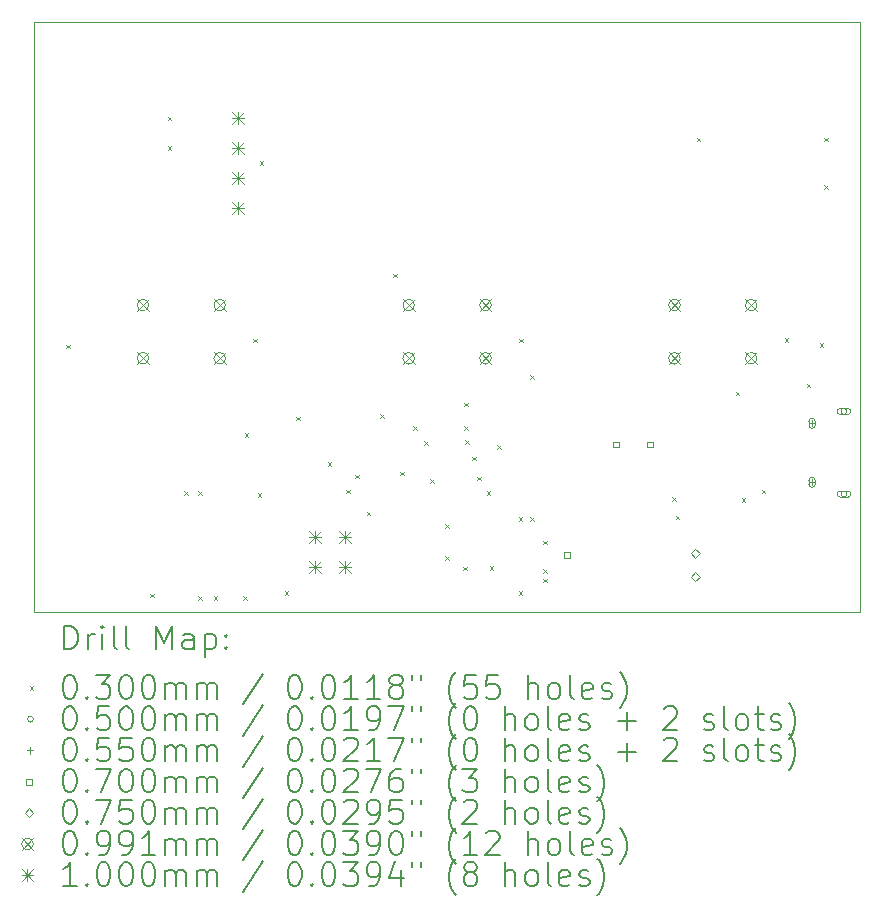
<source format=gbr>
%TF.GenerationSoftware,KiCad,Pcbnew,8.0.5*%
%TF.CreationDate,2024-11-06T09:26:05-07:00*%
%TF.ProjectId,STM32G041F8P6_dev,53544d33-3247-4303-9431-463850365f64,rev?*%
%TF.SameCoordinates,Original*%
%TF.FileFunction,Drillmap*%
%TF.FilePolarity,Positive*%
%FSLAX45Y45*%
G04 Gerber Fmt 4.5, Leading zero omitted, Abs format (unit mm)*
G04 Created by KiCad (PCBNEW 8.0.5) date 2024-11-06 09:26:05*
%MOMM*%
%LPD*%
G01*
G04 APERTURE LIST*
%ADD10C,0.050000*%
%ADD11C,0.200000*%
%ADD12C,0.100000*%
G04 APERTURE END LIST*
D10*
X15600000Y-4600000D02*
X22600000Y-4600000D01*
X22600000Y-9600000D01*
X15600000Y-9600000D01*
X15600000Y-4600000D01*
D11*
D12*
X15877500Y-7337500D02*
X15907500Y-7367500D01*
X15907500Y-7337500D02*
X15877500Y-7367500D01*
X16585000Y-9445000D02*
X16615000Y-9475000D01*
X16615000Y-9445000D02*
X16585000Y-9475000D01*
X16735000Y-5405000D02*
X16765000Y-5435000D01*
X16765000Y-5405000D02*
X16735000Y-5435000D01*
X16735000Y-5655000D02*
X16765000Y-5685000D01*
X16765000Y-5655000D02*
X16735000Y-5685000D01*
X16875000Y-8575000D02*
X16905000Y-8605000D01*
X16905000Y-8575000D02*
X16875000Y-8605000D01*
X16995000Y-8575000D02*
X17025000Y-8605000D01*
X17025000Y-8575000D02*
X16995000Y-8605000D01*
X16995000Y-9465000D02*
X17025000Y-9495000D01*
X17025000Y-9465000D02*
X16995000Y-9495000D01*
X17125000Y-9465000D02*
X17155000Y-9495000D01*
X17155000Y-9465000D02*
X17125000Y-9495000D01*
X17375000Y-9465000D02*
X17405000Y-9495000D01*
X17405000Y-9465000D02*
X17375000Y-9495000D01*
X17385000Y-8085000D02*
X17415000Y-8115000D01*
X17415000Y-8085000D02*
X17385000Y-8115000D01*
X17460000Y-7285000D02*
X17490000Y-7315000D01*
X17490000Y-7285000D02*
X17460000Y-7315000D01*
X17495000Y-8595000D02*
X17525000Y-8625000D01*
X17525000Y-8595000D02*
X17495000Y-8625000D01*
X17515000Y-5780000D02*
X17545000Y-5810000D01*
X17545000Y-5780000D02*
X17515000Y-5810000D01*
X17725000Y-9425000D02*
X17755000Y-9455000D01*
X17755000Y-9425000D02*
X17725000Y-9455000D01*
X17825000Y-7945000D02*
X17855000Y-7975000D01*
X17855000Y-7945000D02*
X17825000Y-7975000D01*
X18090000Y-8330000D02*
X18120000Y-8360000D01*
X18120000Y-8330000D02*
X18090000Y-8360000D01*
X18245000Y-8565000D02*
X18275000Y-8595000D01*
X18275000Y-8565000D02*
X18245000Y-8595000D01*
X18320000Y-8435000D02*
X18350000Y-8465000D01*
X18350000Y-8435000D02*
X18320000Y-8465000D01*
X18420000Y-8750000D02*
X18450000Y-8780000D01*
X18450000Y-8750000D02*
X18420000Y-8780000D01*
X18535000Y-7925000D02*
X18565000Y-7955000D01*
X18565000Y-7925000D02*
X18535000Y-7955000D01*
X18645000Y-6735000D02*
X18675000Y-6765000D01*
X18675000Y-6735000D02*
X18645000Y-6765000D01*
X18703750Y-8412500D02*
X18733750Y-8442500D01*
X18733750Y-8412500D02*
X18703750Y-8442500D01*
X18815000Y-8025000D02*
X18845000Y-8055000D01*
X18845000Y-8025000D02*
X18815000Y-8055000D01*
X18905000Y-8155000D02*
X18935000Y-8185000D01*
X18935000Y-8155000D02*
X18905000Y-8185000D01*
X18955000Y-8475000D02*
X18985000Y-8505000D01*
X18985000Y-8475000D02*
X18955000Y-8505000D01*
X19083750Y-9125000D02*
X19113750Y-9155000D01*
X19113750Y-9125000D02*
X19083750Y-9155000D01*
X19085000Y-8855000D02*
X19115000Y-8885000D01*
X19115000Y-8855000D02*
X19085000Y-8885000D01*
X19235000Y-9215000D02*
X19265000Y-9245000D01*
X19265000Y-9215000D02*
X19235000Y-9245000D01*
X19245000Y-7825000D02*
X19275000Y-7855000D01*
X19275000Y-7825000D02*
X19245000Y-7855000D01*
X19245000Y-8025000D02*
X19275000Y-8055000D01*
X19275000Y-8025000D02*
X19245000Y-8055000D01*
X19255000Y-8145000D02*
X19285000Y-8175000D01*
X19285000Y-8145000D02*
X19255000Y-8175000D01*
X19315000Y-8285000D02*
X19345000Y-8315000D01*
X19345000Y-8285000D02*
X19315000Y-8315000D01*
X19355000Y-8455000D02*
X19385000Y-8485000D01*
X19385000Y-8455000D02*
X19355000Y-8485000D01*
X19435000Y-8575000D02*
X19465000Y-8605000D01*
X19465000Y-8575000D02*
X19435000Y-8605000D01*
X19460000Y-9210000D02*
X19490000Y-9240000D01*
X19490000Y-9210000D02*
X19460000Y-9240000D01*
X19525000Y-8185000D02*
X19555000Y-8215000D01*
X19555000Y-8185000D02*
X19525000Y-8215000D01*
X19705000Y-8795000D02*
X19735000Y-8825000D01*
X19735000Y-8795000D02*
X19705000Y-8825000D01*
X19705000Y-9425000D02*
X19735000Y-9455000D01*
X19735000Y-9425000D02*
X19705000Y-9455000D01*
X19710000Y-7285000D02*
X19740000Y-7315000D01*
X19740000Y-7285000D02*
X19710000Y-7315000D01*
X19805000Y-7595000D02*
X19835000Y-7625000D01*
X19835000Y-7595000D02*
X19805000Y-7625000D01*
X19805000Y-8795000D02*
X19835000Y-8825000D01*
X19835000Y-8795000D02*
X19805000Y-8825000D01*
X19915000Y-8995000D02*
X19945000Y-9025000D01*
X19945000Y-8995000D02*
X19915000Y-9025000D01*
X19915000Y-9235000D02*
X19945000Y-9265000D01*
X19945000Y-9235000D02*
X19915000Y-9265000D01*
X19915000Y-9315000D02*
X19945000Y-9345000D01*
X19945000Y-9315000D02*
X19915000Y-9345000D01*
X21005000Y-8625000D02*
X21035000Y-8655000D01*
X21035000Y-8625000D02*
X21005000Y-8655000D01*
X21035000Y-8785000D02*
X21065000Y-8815000D01*
X21065000Y-8785000D02*
X21035000Y-8815000D01*
X21215000Y-5585000D02*
X21245000Y-5615000D01*
X21245000Y-5585000D02*
X21215000Y-5615000D01*
X21545000Y-7735000D02*
X21575000Y-7765000D01*
X21575000Y-7735000D02*
X21545000Y-7765000D01*
X21595000Y-8635000D02*
X21625000Y-8665000D01*
X21625000Y-8635000D02*
X21595000Y-8665000D01*
X21765000Y-8565000D02*
X21795000Y-8595000D01*
X21795000Y-8565000D02*
X21765000Y-8595000D01*
X21960000Y-7282500D02*
X21990000Y-7312500D01*
X21990000Y-7282500D02*
X21960000Y-7312500D01*
X22145000Y-7665000D02*
X22175000Y-7695000D01*
X22175000Y-7665000D02*
X22145000Y-7695000D01*
X22255000Y-7325000D02*
X22285000Y-7355000D01*
X22285000Y-7325000D02*
X22255000Y-7355000D01*
X22295000Y-5585000D02*
X22325000Y-5615000D01*
X22325000Y-5585000D02*
X22295000Y-5615000D01*
X22295000Y-5985000D02*
X22325000Y-6015000D01*
X22325000Y-5985000D02*
X22295000Y-6015000D01*
X22485000Y-7900000D02*
G75*
G02*
X22435000Y-7900000I-25000J0D01*
G01*
X22435000Y-7900000D02*
G75*
G02*
X22485000Y-7900000I25000J0D01*
G01*
X22427500Y-7925000D02*
X22492500Y-7925000D01*
X22492500Y-7875000D02*
G75*
G02*
X22492500Y-7925000I0J-25000D01*
G01*
X22492500Y-7875000D02*
X22427500Y-7875000D01*
X22427500Y-7875000D02*
G75*
G03*
X22427500Y-7925000I0J-25000D01*
G01*
X22485000Y-8600000D02*
G75*
G02*
X22435000Y-8600000I-25000J0D01*
G01*
X22435000Y-8600000D02*
G75*
G02*
X22485000Y-8600000I25000J0D01*
G01*
X22427500Y-8625000D02*
X22492500Y-8625000D01*
X22492500Y-8575000D02*
G75*
G02*
X22492500Y-8625000I0J-25000D01*
G01*
X22492500Y-8575000D02*
X22427500Y-8575000D01*
X22427500Y-8575000D02*
G75*
G03*
X22427500Y-8625000I0J-25000D01*
G01*
X22190000Y-7972500D02*
X22190000Y-8027500D01*
X22162500Y-8000000D02*
X22217500Y-8000000D01*
X22217500Y-8015000D02*
X22217500Y-7985000D01*
X22162500Y-7985000D02*
G75*
G02*
X22217500Y-7985000I27500J0D01*
G01*
X22162500Y-7985000D02*
X22162500Y-8015000D01*
X22162500Y-8015000D02*
G75*
G03*
X22217500Y-8015000I27500J0D01*
G01*
X22190000Y-8472500D02*
X22190000Y-8527500D01*
X22162500Y-8500000D02*
X22217500Y-8500000D01*
X22217500Y-8515000D02*
X22217500Y-8485000D01*
X22162500Y-8485000D02*
G75*
G02*
X22217500Y-8485000I27500J0D01*
G01*
X22162500Y-8485000D02*
X22162500Y-8515000D01*
X22162500Y-8515000D02*
G75*
G03*
X22217500Y-8515000I27500J0D01*
G01*
X20139749Y-9139749D02*
X20139749Y-9090251D01*
X20090251Y-9090251D01*
X20090251Y-9139749D01*
X20139749Y-9139749D01*
X20554749Y-8204749D02*
X20554749Y-8155251D01*
X20505251Y-8155251D01*
X20505251Y-8204749D01*
X20554749Y-8204749D01*
X20844749Y-8204749D02*
X20844749Y-8155251D01*
X20795251Y-8155251D01*
X20795251Y-8204749D01*
X20844749Y-8204749D01*
X21200000Y-9137500D02*
X21237500Y-9100000D01*
X21200000Y-9062500D01*
X21162500Y-9100000D01*
X21200000Y-9137500D01*
X21200000Y-9337500D02*
X21237500Y-9300000D01*
X21200000Y-9262500D01*
X21162500Y-9300000D01*
X21200000Y-9337500D01*
X16475470Y-6950470D02*
X16574530Y-7049530D01*
X16574530Y-6950470D02*
X16475470Y-7049530D01*
X16574530Y-7000000D02*
G75*
G02*
X16475470Y-7000000I-49530J0D01*
G01*
X16475470Y-7000000D02*
G75*
G02*
X16574530Y-7000000I49530J0D01*
G01*
X16475470Y-7400470D02*
X16574530Y-7499530D01*
X16574530Y-7400470D02*
X16475470Y-7499530D01*
X16574530Y-7450000D02*
G75*
G02*
X16475470Y-7450000I-49530J0D01*
G01*
X16475470Y-7450000D02*
G75*
G02*
X16574530Y-7450000I49530J0D01*
G01*
X17125470Y-6950470D02*
X17224530Y-7049530D01*
X17224530Y-6950470D02*
X17125470Y-7049530D01*
X17224530Y-7000000D02*
G75*
G02*
X17125470Y-7000000I-49530J0D01*
G01*
X17125470Y-7000000D02*
G75*
G02*
X17224530Y-7000000I49530J0D01*
G01*
X17125470Y-7400470D02*
X17224530Y-7499530D01*
X17224530Y-7400470D02*
X17125470Y-7499530D01*
X17224530Y-7450000D02*
G75*
G02*
X17125470Y-7450000I-49530J0D01*
G01*
X17125470Y-7450000D02*
G75*
G02*
X17224530Y-7450000I49530J0D01*
G01*
X18725470Y-6950470D02*
X18824530Y-7049530D01*
X18824530Y-6950470D02*
X18725470Y-7049530D01*
X18824530Y-7000000D02*
G75*
G02*
X18725470Y-7000000I-49530J0D01*
G01*
X18725470Y-7000000D02*
G75*
G02*
X18824530Y-7000000I49530J0D01*
G01*
X18725470Y-7400470D02*
X18824530Y-7499530D01*
X18824530Y-7400470D02*
X18725470Y-7499530D01*
X18824530Y-7450000D02*
G75*
G02*
X18725470Y-7450000I-49530J0D01*
G01*
X18725470Y-7450000D02*
G75*
G02*
X18824530Y-7450000I49530J0D01*
G01*
X19375470Y-6950470D02*
X19474530Y-7049530D01*
X19474530Y-6950470D02*
X19375470Y-7049530D01*
X19474530Y-7000000D02*
G75*
G02*
X19375470Y-7000000I-49530J0D01*
G01*
X19375470Y-7000000D02*
G75*
G02*
X19474530Y-7000000I49530J0D01*
G01*
X19375470Y-7400470D02*
X19474530Y-7499530D01*
X19474530Y-7400470D02*
X19375470Y-7499530D01*
X19474530Y-7450000D02*
G75*
G02*
X19375470Y-7450000I-49530J0D01*
G01*
X19375470Y-7450000D02*
G75*
G02*
X19474530Y-7450000I49530J0D01*
G01*
X20975470Y-6950470D02*
X21074530Y-7049530D01*
X21074530Y-6950470D02*
X20975470Y-7049530D01*
X21074530Y-7000000D02*
G75*
G02*
X20975470Y-7000000I-49530J0D01*
G01*
X20975470Y-7000000D02*
G75*
G02*
X21074530Y-7000000I49530J0D01*
G01*
X20975470Y-7400470D02*
X21074530Y-7499530D01*
X21074530Y-7400470D02*
X20975470Y-7499530D01*
X21074530Y-7450000D02*
G75*
G02*
X20975470Y-7450000I-49530J0D01*
G01*
X20975470Y-7450000D02*
G75*
G02*
X21074530Y-7450000I49530J0D01*
G01*
X21625470Y-6950470D02*
X21724530Y-7049530D01*
X21724530Y-6950470D02*
X21625470Y-7049530D01*
X21724530Y-7000000D02*
G75*
G02*
X21625470Y-7000000I-49530J0D01*
G01*
X21625470Y-7000000D02*
G75*
G02*
X21724530Y-7000000I49530J0D01*
G01*
X21625470Y-7400470D02*
X21724530Y-7499530D01*
X21724530Y-7400470D02*
X21625470Y-7499530D01*
X21724530Y-7450000D02*
G75*
G02*
X21625470Y-7450000I-49530J0D01*
G01*
X21625470Y-7450000D02*
G75*
G02*
X21724530Y-7450000I49530J0D01*
G01*
X17277000Y-5369000D02*
X17377000Y-5469000D01*
X17377000Y-5369000D02*
X17277000Y-5469000D01*
X17327000Y-5369000D02*
X17327000Y-5469000D01*
X17277000Y-5419000D02*
X17377000Y-5419000D01*
X17277000Y-5623000D02*
X17377000Y-5723000D01*
X17377000Y-5623000D02*
X17277000Y-5723000D01*
X17327000Y-5623000D02*
X17327000Y-5723000D01*
X17277000Y-5673000D02*
X17377000Y-5673000D01*
X17277000Y-5877000D02*
X17377000Y-5977000D01*
X17377000Y-5877000D02*
X17277000Y-5977000D01*
X17327000Y-5877000D02*
X17327000Y-5977000D01*
X17277000Y-5927000D02*
X17377000Y-5927000D01*
X17277000Y-6131000D02*
X17377000Y-6231000D01*
X17377000Y-6131000D02*
X17277000Y-6231000D01*
X17327000Y-6131000D02*
X17327000Y-6231000D01*
X17277000Y-6181000D02*
X17377000Y-6181000D01*
X17933500Y-8912500D02*
X18033500Y-9012500D01*
X18033500Y-8912500D02*
X17933500Y-9012500D01*
X17983500Y-8912500D02*
X17983500Y-9012500D01*
X17933500Y-8962500D02*
X18033500Y-8962500D01*
X17933500Y-9166500D02*
X18033500Y-9266500D01*
X18033500Y-9166500D02*
X17933500Y-9266500D01*
X17983500Y-9166500D02*
X17983500Y-9266500D01*
X17933500Y-9216500D02*
X18033500Y-9216500D01*
X18187500Y-8912500D02*
X18287500Y-9012500D01*
X18287500Y-8912500D02*
X18187500Y-9012500D01*
X18237500Y-8912500D02*
X18237500Y-9012500D01*
X18187500Y-8962500D02*
X18287500Y-8962500D01*
X18187500Y-9166500D02*
X18287500Y-9266500D01*
X18287500Y-9166500D02*
X18187500Y-9266500D01*
X18237500Y-9166500D02*
X18237500Y-9266500D01*
X18187500Y-9216500D02*
X18287500Y-9216500D01*
D11*
X15858277Y-9913984D02*
X15858277Y-9713984D01*
X15858277Y-9713984D02*
X15905896Y-9713984D01*
X15905896Y-9713984D02*
X15934467Y-9723508D01*
X15934467Y-9723508D02*
X15953515Y-9742555D01*
X15953515Y-9742555D02*
X15963039Y-9761603D01*
X15963039Y-9761603D02*
X15972562Y-9799698D01*
X15972562Y-9799698D02*
X15972562Y-9828270D01*
X15972562Y-9828270D02*
X15963039Y-9866365D01*
X15963039Y-9866365D02*
X15953515Y-9885412D01*
X15953515Y-9885412D02*
X15934467Y-9904460D01*
X15934467Y-9904460D02*
X15905896Y-9913984D01*
X15905896Y-9913984D02*
X15858277Y-9913984D01*
X16058277Y-9913984D02*
X16058277Y-9780650D01*
X16058277Y-9818746D02*
X16067801Y-9799698D01*
X16067801Y-9799698D02*
X16077324Y-9790174D01*
X16077324Y-9790174D02*
X16096372Y-9780650D01*
X16096372Y-9780650D02*
X16115420Y-9780650D01*
X16182086Y-9913984D02*
X16182086Y-9780650D01*
X16182086Y-9713984D02*
X16172562Y-9723508D01*
X16172562Y-9723508D02*
X16182086Y-9733031D01*
X16182086Y-9733031D02*
X16191610Y-9723508D01*
X16191610Y-9723508D02*
X16182086Y-9713984D01*
X16182086Y-9713984D02*
X16182086Y-9733031D01*
X16305896Y-9913984D02*
X16286848Y-9904460D01*
X16286848Y-9904460D02*
X16277324Y-9885412D01*
X16277324Y-9885412D02*
X16277324Y-9713984D01*
X16410658Y-9913984D02*
X16391610Y-9904460D01*
X16391610Y-9904460D02*
X16382086Y-9885412D01*
X16382086Y-9885412D02*
X16382086Y-9713984D01*
X16639229Y-9913984D02*
X16639229Y-9713984D01*
X16639229Y-9713984D02*
X16705896Y-9856841D01*
X16705896Y-9856841D02*
X16772562Y-9713984D01*
X16772562Y-9713984D02*
X16772562Y-9913984D01*
X16953515Y-9913984D02*
X16953515Y-9809222D01*
X16953515Y-9809222D02*
X16943991Y-9790174D01*
X16943991Y-9790174D02*
X16924944Y-9780650D01*
X16924944Y-9780650D02*
X16886848Y-9780650D01*
X16886848Y-9780650D02*
X16867801Y-9790174D01*
X16953515Y-9904460D02*
X16934467Y-9913984D01*
X16934467Y-9913984D02*
X16886848Y-9913984D01*
X16886848Y-9913984D02*
X16867801Y-9904460D01*
X16867801Y-9904460D02*
X16858277Y-9885412D01*
X16858277Y-9885412D02*
X16858277Y-9866365D01*
X16858277Y-9866365D02*
X16867801Y-9847317D01*
X16867801Y-9847317D02*
X16886848Y-9837793D01*
X16886848Y-9837793D02*
X16934467Y-9837793D01*
X16934467Y-9837793D02*
X16953515Y-9828270D01*
X17048753Y-9780650D02*
X17048753Y-9980650D01*
X17048753Y-9790174D02*
X17067801Y-9780650D01*
X17067801Y-9780650D02*
X17105896Y-9780650D01*
X17105896Y-9780650D02*
X17124944Y-9790174D01*
X17124944Y-9790174D02*
X17134467Y-9799698D01*
X17134467Y-9799698D02*
X17143991Y-9818746D01*
X17143991Y-9818746D02*
X17143991Y-9875889D01*
X17143991Y-9875889D02*
X17134467Y-9894936D01*
X17134467Y-9894936D02*
X17124944Y-9904460D01*
X17124944Y-9904460D02*
X17105896Y-9913984D01*
X17105896Y-9913984D02*
X17067801Y-9913984D01*
X17067801Y-9913984D02*
X17048753Y-9904460D01*
X17229705Y-9894936D02*
X17239229Y-9904460D01*
X17239229Y-9904460D02*
X17229705Y-9913984D01*
X17229705Y-9913984D02*
X17220182Y-9904460D01*
X17220182Y-9904460D02*
X17229705Y-9894936D01*
X17229705Y-9894936D02*
X17229705Y-9913984D01*
X17229705Y-9790174D02*
X17239229Y-9799698D01*
X17239229Y-9799698D02*
X17229705Y-9809222D01*
X17229705Y-9809222D02*
X17220182Y-9799698D01*
X17220182Y-9799698D02*
X17229705Y-9790174D01*
X17229705Y-9790174D02*
X17229705Y-9809222D01*
D12*
X15567500Y-10227500D02*
X15597500Y-10257500D01*
X15597500Y-10227500D02*
X15567500Y-10257500D01*
D11*
X15896372Y-10133984D02*
X15915420Y-10133984D01*
X15915420Y-10133984D02*
X15934467Y-10143508D01*
X15934467Y-10143508D02*
X15943991Y-10153031D01*
X15943991Y-10153031D02*
X15953515Y-10172079D01*
X15953515Y-10172079D02*
X15963039Y-10210174D01*
X15963039Y-10210174D02*
X15963039Y-10257793D01*
X15963039Y-10257793D02*
X15953515Y-10295889D01*
X15953515Y-10295889D02*
X15943991Y-10314936D01*
X15943991Y-10314936D02*
X15934467Y-10324460D01*
X15934467Y-10324460D02*
X15915420Y-10333984D01*
X15915420Y-10333984D02*
X15896372Y-10333984D01*
X15896372Y-10333984D02*
X15877324Y-10324460D01*
X15877324Y-10324460D02*
X15867801Y-10314936D01*
X15867801Y-10314936D02*
X15858277Y-10295889D01*
X15858277Y-10295889D02*
X15848753Y-10257793D01*
X15848753Y-10257793D02*
X15848753Y-10210174D01*
X15848753Y-10210174D02*
X15858277Y-10172079D01*
X15858277Y-10172079D02*
X15867801Y-10153031D01*
X15867801Y-10153031D02*
X15877324Y-10143508D01*
X15877324Y-10143508D02*
X15896372Y-10133984D01*
X16048753Y-10314936D02*
X16058277Y-10324460D01*
X16058277Y-10324460D02*
X16048753Y-10333984D01*
X16048753Y-10333984D02*
X16039229Y-10324460D01*
X16039229Y-10324460D02*
X16048753Y-10314936D01*
X16048753Y-10314936D02*
X16048753Y-10333984D01*
X16124943Y-10133984D02*
X16248753Y-10133984D01*
X16248753Y-10133984D02*
X16182086Y-10210174D01*
X16182086Y-10210174D02*
X16210658Y-10210174D01*
X16210658Y-10210174D02*
X16229705Y-10219698D01*
X16229705Y-10219698D02*
X16239229Y-10229222D01*
X16239229Y-10229222D02*
X16248753Y-10248270D01*
X16248753Y-10248270D02*
X16248753Y-10295889D01*
X16248753Y-10295889D02*
X16239229Y-10314936D01*
X16239229Y-10314936D02*
X16229705Y-10324460D01*
X16229705Y-10324460D02*
X16210658Y-10333984D01*
X16210658Y-10333984D02*
X16153515Y-10333984D01*
X16153515Y-10333984D02*
X16134467Y-10324460D01*
X16134467Y-10324460D02*
X16124943Y-10314936D01*
X16372562Y-10133984D02*
X16391610Y-10133984D01*
X16391610Y-10133984D02*
X16410658Y-10143508D01*
X16410658Y-10143508D02*
X16420182Y-10153031D01*
X16420182Y-10153031D02*
X16429705Y-10172079D01*
X16429705Y-10172079D02*
X16439229Y-10210174D01*
X16439229Y-10210174D02*
X16439229Y-10257793D01*
X16439229Y-10257793D02*
X16429705Y-10295889D01*
X16429705Y-10295889D02*
X16420182Y-10314936D01*
X16420182Y-10314936D02*
X16410658Y-10324460D01*
X16410658Y-10324460D02*
X16391610Y-10333984D01*
X16391610Y-10333984D02*
X16372562Y-10333984D01*
X16372562Y-10333984D02*
X16353515Y-10324460D01*
X16353515Y-10324460D02*
X16343991Y-10314936D01*
X16343991Y-10314936D02*
X16334467Y-10295889D01*
X16334467Y-10295889D02*
X16324943Y-10257793D01*
X16324943Y-10257793D02*
X16324943Y-10210174D01*
X16324943Y-10210174D02*
X16334467Y-10172079D01*
X16334467Y-10172079D02*
X16343991Y-10153031D01*
X16343991Y-10153031D02*
X16353515Y-10143508D01*
X16353515Y-10143508D02*
X16372562Y-10133984D01*
X16563039Y-10133984D02*
X16582086Y-10133984D01*
X16582086Y-10133984D02*
X16601134Y-10143508D01*
X16601134Y-10143508D02*
X16610658Y-10153031D01*
X16610658Y-10153031D02*
X16620182Y-10172079D01*
X16620182Y-10172079D02*
X16629705Y-10210174D01*
X16629705Y-10210174D02*
X16629705Y-10257793D01*
X16629705Y-10257793D02*
X16620182Y-10295889D01*
X16620182Y-10295889D02*
X16610658Y-10314936D01*
X16610658Y-10314936D02*
X16601134Y-10324460D01*
X16601134Y-10324460D02*
X16582086Y-10333984D01*
X16582086Y-10333984D02*
X16563039Y-10333984D01*
X16563039Y-10333984D02*
X16543991Y-10324460D01*
X16543991Y-10324460D02*
X16534467Y-10314936D01*
X16534467Y-10314936D02*
X16524943Y-10295889D01*
X16524943Y-10295889D02*
X16515420Y-10257793D01*
X16515420Y-10257793D02*
X16515420Y-10210174D01*
X16515420Y-10210174D02*
X16524943Y-10172079D01*
X16524943Y-10172079D02*
X16534467Y-10153031D01*
X16534467Y-10153031D02*
X16543991Y-10143508D01*
X16543991Y-10143508D02*
X16563039Y-10133984D01*
X16715420Y-10333984D02*
X16715420Y-10200650D01*
X16715420Y-10219698D02*
X16724943Y-10210174D01*
X16724943Y-10210174D02*
X16743991Y-10200650D01*
X16743991Y-10200650D02*
X16772563Y-10200650D01*
X16772563Y-10200650D02*
X16791610Y-10210174D01*
X16791610Y-10210174D02*
X16801134Y-10229222D01*
X16801134Y-10229222D02*
X16801134Y-10333984D01*
X16801134Y-10229222D02*
X16810658Y-10210174D01*
X16810658Y-10210174D02*
X16829705Y-10200650D01*
X16829705Y-10200650D02*
X16858277Y-10200650D01*
X16858277Y-10200650D02*
X16877325Y-10210174D01*
X16877325Y-10210174D02*
X16886848Y-10229222D01*
X16886848Y-10229222D02*
X16886848Y-10333984D01*
X16982086Y-10333984D02*
X16982086Y-10200650D01*
X16982086Y-10219698D02*
X16991610Y-10210174D01*
X16991610Y-10210174D02*
X17010658Y-10200650D01*
X17010658Y-10200650D02*
X17039229Y-10200650D01*
X17039229Y-10200650D02*
X17058277Y-10210174D01*
X17058277Y-10210174D02*
X17067801Y-10229222D01*
X17067801Y-10229222D02*
X17067801Y-10333984D01*
X17067801Y-10229222D02*
X17077325Y-10210174D01*
X17077325Y-10210174D02*
X17096372Y-10200650D01*
X17096372Y-10200650D02*
X17124944Y-10200650D01*
X17124944Y-10200650D02*
X17143991Y-10210174D01*
X17143991Y-10210174D02*
X17153515Y-10229222D01*
X17153515Y-10229222D02*
X17153515Y-10333984D01*
X17543991Y-10124460D02*
X17372563Y-10381603D01*
X17801134Y-10133984D02*
X17820182Y-10133984D01*
X17820182Y-10133984D02*
X17839229Y-10143508D01*
X17839229Y-10143508D02*
X17848753Y-10153031D01*
X17848753Y-10153031D02*
X17858277Y-10172079D01*
X17858277Y-10172079D02*
X17867801Y-10210174D01*
X17867801Y-10210174D02*
X17867801Y-10257793D01*
X17867801Y-10257793D02*
X17858277Y-10295889D01*
X17858277Y-10295889D02*
X17848753Y-10314936D01*
X17848753Y-10314936D02*
X17839229Y-10324460D01*
X17839229Y-10324460D02*
X17820182Y-10333984D01*
X17820182Y-10333984D02*
X17801134Y-10333984D01*
X17801134Y-10333984D02*
X17782087Y-10324460D01*
X17782087Y-10324460D02*
X17772563Y-10314936D01*
X17772563Y-10314936D02*
X17763039Y-10295889D01*
X17763039Y-10295889D02*
X17753515Y-10257793D01*
X17753515Y-10257793D02*
X17753515Y-10210174D01*
X17753515Y-10210174D02*
X17763039Y-10172079D01*
X17763039Y-10172079D02*
X17772563Y-10153031D01*
X17772563Y-10153031D02*
X17782087Y-10143508D01*
X17782087Y-10143508D02*
X17801134Y-10133984D01*
X17953515Y-10314936D02*
X17963039Y-10324460D01*
X17963039Y-10324460D02*
X17953515Y-10333984D01*
X17953515Y-10333984D02*
X17943991Y-10324460D01*
X17943991Y-10324460D02*
X17953515Y-10314936D01*
X17953515Y-10314936D02*
X17953515Y-10333984D01*
X18086848Y-10133984D02*
X18105896Y-10133984D01*
X18105896Y-10133984D02*
X18124944Y-10143508D01*
X18124944Y-10143508D02*
X18134468Y-10153031D01*
X18134468Y-10153031D02*
X18143991Y-10172079D01*
X18143991Y-10172079D02*
X18153515Y-10210174D01*
X18153515Y-10210174D02*
X18153515Y-10257793D01*
X18153515Y-10257793D02*
X18143991Y-10295889D01*
X18143991Y-10295889D02*
X18134468Y-10314936D01*
X18134468Y-10314936D02*
X18124944Y-10324460D01*
X18124944Y-10324460D02*
X18105896Y-10333984D01*
X18105896Y-10333984D02*
X18086848Y-10333984D01*
X18086848Y-10333984D02*
X18067801Y-10324460D01*
X18067801Y-10324460D02*
X18058277Y-10314936D01*
X18058277Y-10314936D02*
X18048753Y-10295889D01*
X18048753Y-10295889D02*
X18039229Y-10257793D01*
X18039229Y-10257793D02*
X18039229Y-10210174D01*
X18039229Y-10210174D02*
X18048753Y-10172079D01*
X18048753Y-10172079D02*
X18058277Y-10153031D01*
X18058277Y-10153031D02*
X18067801Y-10143508D01*
X18067801Y-10143508D02*
X18086848Y-10133984D01*
X18343991Y-10333984D02*
X18229706Y-10333984D01*
X18286848Y-10333984D02*
X18286848Y-10133984D01*
X18286848Y-10133984D02*
X18267801Y-10162555D01*
X18267801Y-10162555D02*
X18248753Y-10181603D01*
X18248753Y-10181603D02*
X18229706Y-10191127D01*
X18534468Y-10333984D02*
X18420182Y-10333984D01*
X18477325Y-10333984D02*
X18477325Y-10133984D01*
X18477325Y-10133984D02*
X18458277Y-10162555D01*
X18458277Y-10162555D02*
X18439229Y-10181603D01*
X18439229Y-10181603D02*
X18420182Y-10191127D01*
X18648753Y-10219698D02*
X18629706Y-10210174D01*
X18629706Y-10210174D02*
X18620182Y-10200650D01*
X18620182Y-10200650D02*
X18610658Y-10181603D01*
X18610658Y-10181603D02*
X18610658Y-10172079D01*
X18610658Y-10172079D02*
X18620182Y-10153031D01*
X18620182Y-10153031D02*
X18629706Y-10143508D01*
X18629706Y-10143508D02*
X18648753Y-10133984D01*
X18648753Y-10133984D02*
X18686849Y-10133984D01*
X18686849Y-10133984D02*
X18705896Y-10143508D01*
X18705896Y-10143508D02*
X18715420Y-10153031D01*
X18715420Y-10153031D02*
X18724944Y-10172079D01*
X18724944Y-10172079D02*
X18724944Y-10181603D01*
X18724944Y-10181603D02*
X18715420Y-10200650D01*
X18715420Y-10200650D02*
X18705896Y-10210174D01*
X18705896Y-10210174D02*
X18686849Y-10219698D01*
X18686849Y-10219698D02*
X18648753Y-10219698D01*
X18648753Y-10219698D02*
X18629706Y-10229222D01*
X18629706Y-10229222D02*
X18620182Y-10238746D01*
X18620182Y-10238746D02*
X18610658Y-10257793D01*
X18610658Y-10257793D02*
X18610658Y-10295889D01*
X18610658Y-10295889D02*
X18620182Y-10314936D01*
X18620182Y-10314936D02*
X18629706Y-10324460D01*
X18629706Y-10324460D02*
X18648753Y-10333984D01*
X18648753Y-10333984D02*
X18686849Y-10333984D01*
X18686849Y-10333984D02*
X18705896Y-10324460D01*
X18705896Y-10324460D02*
X18715420Y-10314936D01*
X18715420Y-10314936D02*
X18724944Y-10295889D01*
X18724944Y-10295889D02*
X18724944Y-10257793D01*
X18724944Y-10257793D02*
X18715420Y-10238746D01*
X18715420Y-10238746D02*
X18705896Y-10229222D01*
X18705896Y-10229222D02*
X18686849Y-10219698D01*
X18801134Y-10133984D02*
X18801134Y-10172079D01*
X18877325Y-10133984D02*
X18877325Y-10172079D01*
X19172563Y-10410174D02*
X19163039Y-10400650D01*
X19163039Y-10400650D02*
X19143991Y-10372079D01*
X19143991Y-10372079D02*
X19134468Y-10353031D01*
X19134468Y-10353031D02*
X19124944Y-10324460D01*
X19124944Y-10324460D02*
X19115420Y-10276841D01*
X19115420Y-10276841D02*
X19115420Y-10238746D01*
X19115420Y-10238746D02*
X19124944Y-10191127D01*
X19124944Y-10191127D02*
X19134468Y-10162555D01*
X19134468Y-10162555D02*
X19143991Y-10143508D01*
X19143991Y-10143508D02*
X19163039Y-10114936D01*
X19163039Y-10114936D02*
X19172563Y-10105412D01*
X19343991Y-10133984D02*
X19248753Y-10133984D01*
X19248753Y-10133984D02*
X19239230Y-10229222D01*
X19239230Y-10229222D02*
X19248753Y-10219698D01*
X19248753Y-10219698D02*
X19267801Y-10210174D01*
X19267801Y-10210174D02*
X19315420Y-10210174D01*
X19315420Y-10210174D02*
X19334468Y-10219698D01*
X19334468Y-10219698D02*
X19343991Y-10229222D01*
X19343991Y-10229222D02*
X19353515Y-10248270D01*
X19353515Y-10248270D02*
X19353515Y-10295889D01*
X19353515Y-10295889D02*
X19343991Y-10314936D01*
X19343991Y-10314936D02*
X19334468Y-10324460D01*
X19334468Y-10324460D02*
X19315420Y-10333984D01*
X19315420Y-10333984D02*
X19267801Y-10333984D01*
X19267801Y-10333984D02*
X19248753Y-10324460D01*
X19248753Y-10324460D02*
X19239230Y-10314936D01*
X19534468Y-10133984D02*
X19439230Y-10133984D01*
X19439230Y-10133984D02*
X19429706Y-10229222D01*
X19429706Y-10229222D02*
X19439230Y-10219698D01*
X19439230Y-10219698D02*
X19458277Y-10210174D01*
X19458277Y-10210174D02*
X19505896Y-10210174D01*
X19505896Y-10210174D02*
X19524944Y-10219698D01*
X19524944Y-10219698D02*
X19534468Y-10229222D01*
X19534468Y-10229222D02*
X19543991Y-10248270D01*
X19543991Y-10248270D02*
X19543991Y-10295889D01*
X19543991Y-10295889D02*
X19534468Y-10314936D01*
X19534468Y-10314936D02*
X19524944Y-10324460D01*
X19524944Y-10324460D02*
X19505896Y-10333984D01*
X19505896Y-10333984D02*
X19458277Y-10333984D01*
X19458277Y-10333984D02*
X19439230Y-10324460D01*
X19439230Y-10324460D02*
X19429706Y-10314936D01*
X19782087Y-10333984D02*
X19782087Y-10133984D01*
X19867801Y-10333984D02*
X19867801Y-10229222D01*
X19867801Y-10229222D02*
X19858277Y-10210174D01*
X19858277Y-10210174D02*
X19839230Y-10200650D01*
X19839230Y-10200650D02*
X19810658Y-10200650D01*
X19810658Y-10200650D02*
X19791611Y-10210174D01*
X19791611Y-10210174D02*
X19782087Y-10219698D01*
X19991611Y-10333984D02*
X19972563Y-10324460D01*
X19972563Y-10324460D02*
X19963039Y-10314936D01*
X19963039Y-10314936D02*
X19953515Y-10295889D01*
X19953515Y-10295889D02*
X19953515Y-10238746D01*
X19953515Y-10238746D02*
X19963039Y-10219698D01*
X19963039Y-10219698D02*
X19972563Y-10210174D01*
X19972563Y-10210174D02*
X19991611Y-10200650D01*
X19991611Y-10200650D02*
X20020182Y-10200650D01*
X20020182Y-10200650D02*
X20039230Y-10210174D01*
X20039230Y-10210174D02*
X20048753Y-10219698D01*
X20048753Y-10219698D02*
X20058277Y-10238746D01*
X20058277Y-10238746D02*
X20058277Y-10295889D01*
X20058277Y-10295889D02*
X20048753Y-10314936D01*
X20048753Y-10314936D02*
X20039230Y-10324460D01*
X20039230Y-10324460D02*
X20020182Y-10333984D01*
X20020182Y-10333984D02*
X19991611Y-10333984D01*
X20172563Y-10333984D02*
X20153515Y-10324460D01*
X20153515Y-10324460D02*
X20143992Y-10305412D01*
X20143992Y-10305412D02*
X20143992Y-10133984D01*
X20324944Y-10324460D02*
X20305896Y-10333984D01*
X20305896Y-10333984D02*
X20267801Y-10333984D01*
X20267801Y-10333984D02*
X20248753Y-10324460D01*
X20248753Y-10324460D02*
X20239230Y-10305412D01*
X20239230Y-10305412D02*
X20239230Y-10229222D01*
X20239230Y-10229222D02*
X20248753Y-10210174D01*
X20248753Y-10210174D02*
X20267801Y-10200650D01*
X20267801Y-10200650D02*
X20305896Y-10200650D01*
X20305896Y-10200650D02*
X20324944Y-10210174D01*
X20324944Y-10210174D02*
X20334468Y-10229222D01*
X20334468Y-10229222D02*
X20334468Y-10248270D01*
X20334468Y-10248270D02*
X20239230Y-10267317D01*
X20410658Y-10324460D02*
X20429706Y-10333984D01*
X20429706Y-10333984D02*
X20467801Y-10333984D01*
X20467801Y-10333984D02*
X20486849Y-10324460D01*
X20486849Y-10324460D02*
X20496373Y-10305412D01*
X20496373Y-10305412D02*
X20496373Y-10295889D01*
X20496373Y-10295889D02*
X20486849Y-10276841D01*
X20486849Y-10276841D02*
X20467801Y-10267317D01*
X20467801Y-10267317D02*
X20439230Y-10267317D01*
X20439230Y-10267317D02*
X20420182Y-10257793D01*
X20420182Y-10257793D02*
X20410658Y-10238746D01*
X20410658Y-10238746D02*
X20410658Y-10229222D01*
X20410658Y-10229222D02*
X20420182Y-10210174D01*
X20420182Y-10210174D02*
X20439230Y-10200650D01*
X20439230Y-10200650D02*
X20467801Y-10200650D01*
X20467801Y-10200650D02*
X20486849Y-10210174D01*
X20563039Y-10410174D02*
X20572563Y-10400650D01*
X20572563Y-10400650D02*
X20591611Y-10372079D01*
X20591611Y-10372079D02*
X20601134Y-10353031D01*
X20601134Y-10353031D02*
X20610658Y-10324460D01*
X20610658Y-10324460D02*
X20620182Y-10276841D01*
X20620182Y-10276841D02*
X20620182Y-10238746D01*
X20620182Y-10238746D02*
X20610658Y-10191127D01*
X20610658Y-10191127D02*
X20601134Y-10162555D01*
X20601134Y-10162555D02*
X20591611Y-10143508D01*
X20591611Y-10143508D02*
X20572563Y-10114936D01*
X20572563Y-10114936D02*
X20563039Y-10105412D01*
D12*
X15597500Y-10506500D02*
G75*
G02*
X15547500Y-10506500I-25000J0D01*
G01*
X15547500Y-10506500D02*
G75*
G02*
X15597500Y-10506500I25000J0D01*
G01*
D11*
X15896372Y-10397984D02*
X15915420Y-10397984D01*
X15915420Y-10397984D02*
X15934467Y-10407508D01*
X15934467Y-10407508D02*
X15943991Y-10417031D01*
X15943991Y-10417031D02*
X15953515Y-10436079D01*
X15953515Y-10436079D02*
X15963039Y-10474174D01*
X15963039Y-10474174D02*
X15963039Y-10521793D01*
X15963039Y-10521793D02*
X15953515Y-10559889D01*
X15953515Y-10559889D02*
X15943991Y-10578936D01*
X15943991Y-10578936D02*
X15934467Y-10588460D01*
X15934467Y-10588460D02*
X15915420Y-10597984D01*
X15915420Y-10597984D02*
X15896372Y-10597984D01*
X15896372Y-10597984D02*
X15877324Y-10588460D01*
X15877324Y-10588460D02*
X15867801Y-10578936D01*
X15867801Y-10578936D02*
X15858277Y-10559889D01*
X15858277Y-10559889D02*
X15848753Y-10521793D01*
X15848753Y-10521793D02*
X15848753Y-10474174D01*
X15848753Y-10474174D02*
X15858277Y-10436079D01*
X15858277Y-10436079D02*
X15867801Y-10417031D01*
X15867801Y-10417031D02*
X15877324Y-10407508D01*
X15877324Y-10407508D02*
X15896372Y-10397984D01*
X16048753Y-10578936D02*
X16058277Y-10588460D01*
X16058277Y-10588460D02*
X16048753Y-10597984D01*
X16048753Y-10597984D02*
X16039229Y-10588460D01*
X16039229Y-10588460D02*
X16048753Y-10578936D01*
X16048753Y-10578936D02*
X16048753Y-10597984D01*
X16239229Y-10397984D02*
X16143991Y-10397984D01*
X16143991Y-10397984D02*
X16134467Y-10493222D01*
X16134467Y-10493222D02*
X16143991Y-10483698D01*
X16143991Y-10483698D02*
X16163039Y-10474174D01*
X16163039Y-10474174D02*
X16210658Y-10474174D01*
X16210658Y-10474174D02*
X16229705Y-10483698D01*
X16229705Y-10483698D02*
X16239229Y-10493222D01*
X16239229Y-10493222D02*
X16248753Y-10512270D01*
X16248753Y-10512270D02*
X16248753Y-10559889D01*
X16248753Y-10559889D02*
X16239229Y-10578936D01*
X16239229Y-10578936D02*
X16229705Y-10588460D01*
X16229705Y-10588460D02*
X16210658Y-10597984D01*
X16210658Y-10597984D02*
X16163039Y-10597984D01*
X16163039Y-10597984D02*
X16143991Y-10588460D01*
X16143991Y-10588460D02*
X16134467Y-10578936D01*
X16372562Y-10397984D02*
X16391610Y-10397984D01*
X16391610Y-10397984D02*
X16410658Y-10407508D01*
X16410658Y-10407508D02*
X16420182Y-10417031D01*
X16420182Y-10417031D02*
X16429705Y-10436079D01*
X16429705Y-10436079D02*
X16439229Y-10474174D01*
X16439229Y-10474174D02*
X16439229Y-10521793D01*
X16439229Y-10521793D02*
X16429705Y-10559889D01*
X16429705Y-10559889D02*
X16420182Y-10578936D01*
X16420182Y-10578936D02*
X16410658Y-10588460D01*
X16410658Y-10588460D02*
X16391610Y-10597984D01*
X16391610Y-10597984D02*
X16372562Y-10597984D01*
X16372562Y-10597984D02*
X16353515Y-10588460D01*
X16353515Y-10588460D02*
X16343991Y-10578936D01*
X16343991Y-10578936D02*
X16334467Y-10559889D01*
X16334467Y-10559889D02*
X16324943Y-10521793D01*
X16324943Y-10521793D02*
X16324943Y-10474174D01*
X16324943Y-10474174D02*
X16334467Y-10436079D01*
X16334467Y-10436079D02*
X16343991Y-10417031D01*
X16343991Y-10417031D02*
X16353515Y-10407508D01*
X16353515Y-10407508D02*
X16372562Y-10397984D01*
X16563039Y-10397984D02*
X16582086Y-10397984D01*
X16582086Y-10397984D02*
X16601134Y-10407508D01*
X16601134Y-10407508D02*
X16610658Y-10417031D01*
X16610658Y-10417031D02*
X16620182Y-10436079D01*
X16620182Y-10436079D02*
X16629705Y-10474174D01*
X16629705Y-10474174D02*
X16629705Y-10521793D01*
X16629705Y-10521793D02*
X16620182Y-10559889D01*
X16620182Y-10559889D02*
X16610658Y-10578936D01*
X16610658Y-10578936D02*
X16601134Y-10588460D01*
X16601134Y-10588460D02*
X16582086Y-10597984D01*
X16582086Y-10597984D02*
X16563039Y-10597984D01*
X16563039Y-10597984D02*
X16543991Y-10588460D01*
X16543991Y-10588460D02*
X16534467Y-10578936D01*
X16534467Y-10578936D02*
X16524943Y-10559889D01*
X16524943Y-10559889D02*
X16515420Y-10521793D01*
X16515420Y-10521793D02*
X16515420Y-10474174D01*
X16515420Y-10474174D02*
X16524943Y-10436079D01*
X16524943Y-10436079D02*
X16534467Y-10417031D01*
X16534467Y-10417031D02*
X16543991Y-10407508D01*
X16543991Y-10407508D02*
X16563039Y-10397984D01*
X16715420Y-10597984D02*
X16715420Y-10464650D01*
X16715420Y-10483698D02*
X16724943Y-10474174D01*
X16724943Y-10474174D02*
X16743991Y-10464650D01*
X16743991Y-10464650D02*
X16772563Y-10464650D01*
X16772563Y-10464650D02*
X16791610Y-10474174D01*
X16791610Y-10474174D02*
X16801134Y-10493222D01*
X16801134Y-10493222D02*
X16801134Y-10597984D01*
X16801134Y-10493222D02*
X16810658Y-10474174D01*
X16810658Y-10474174D02*
X16829705Y-10464650D01*
X16829705Y-10464650D02*
X16858277Y-10464650D01*
X16858277Y-10464650D02*
X16877325Y-10474174D01*
X16877325Y-10474174D02*
X16886848Y-10493222D01*
X16886848Y-10493222D02*
X16886848Y-10597984D01*
X16982086Y-10597984D02*
X16982086Y-10464650D01*
X16982086Y-10483698D02*
X16991610Y-10474174D01*
X16991610Y-10474174D02*
X17010658Y-10464650D01*
X17010658Y-10464650D02*
X17039229Y-10464650D01*
X17039229Y-10464650D02*
X17058277Y-10474174D01*
X17058277Y-10474174D02*
X17067801Y-10493222D01*
X17067801Y-10493222D02*
X17067801Y-10597984D01*
X17067801Y-10493222D02*
X17077325Y-10474174D01*
X17077325Y-10474174D02*
X17096372Y-10464650D01*
X17096372Y-10464650D02*
X17124944Y-10464650D01*
X17124944Y-10464650D02*
X17143991Y-10474174D01*
X17143991Y-10474174D02*
X17153515Y-10493222D01*
X17153515Y-10493222D02*
X17153515Y-10597984D01*
X17543991Y-10388460D02*
X17372563Y-10645603D01*
X17801134Y-10397984D02*
X17820182Y-10397984D01*
X17820182Y-10397984D02*
X17839229Y-10407508D01*
X17839229Y-10407508D02*
X17848753Y-10417031D01*
X17848753Y-10417031D02*
X17858277Y-10436079D01*
X17858277Y-10436079D02*
X17867801Y-10474174D01*
X17867801Y-10474174D02*
X17867801Y-10521793D01*
X17867801Y-10521793D02*
X17858277Y-10559889D01*
X17858277Y-10559889D02*
X17848753Y-10578936D01*
X17848753Y-10578936D02*
X17839229Y-10588460D01*
X17839229Y-10588460D02*
X17820182Y-10597984D01*
X17820182Y-10597984D02*
X17801134Y-10597984D01*
X17801134Y-10597984D02*
X17782087Y-10588460D01*
X17782087Y-10588460D02*
X17772563Y-10578936D01*
X17772563Y-10578936D02*
X17763039Y-10559889D01*
X17763039Y-10559889D02*
X17753515Y-10521793D01*
X17753515Y-10521793D02*
X17753515Y-10474174D01*
X17753515Y-10474174D02*
X17763039Y-10436079D01*
X17763039Y-10436079D02*
X17772563Y-10417031D01*
X17772563Y-10417031D02*
X17782087Y-10407508D01*
X17782087Y-10407508D02*
X17801134Y-10397984D01*
X17953515Y-10578936D02*
X17963039Y-10588460D01*
X17963039Y-10588460D02*
X17953515Y-10597984D01*
X17953515Y-10597984D02*
X17943991Y-10588460D01*
X17943991Y-10588460D02*
X17953515Y-10578936D01*
X17953515Y-10578936D02*
X17953515Y-10597984D01*
X18086848Y-10397984D02*
X18105896Y-10397984D01*
X18105896Y-10397984D02*
X18124944Y-10407508D01*
X18124944Y-10407508D02*
X18134468Y-10417031D01*
X18134468Y-10417031D02*
X18143991Y-10436079D01*
X18143991Y-10436079D02*
X18153515Y-10474174D01*
X18153515Y-10474174D02*
X18153515Y-10521793D01*
X18153515Y-10521793D02*
X18143991Y-10559889D01*
X18143991Y-10559889D02*
X18134468Y-10578936D01*
X18134468Y-10578936D02*
X18124944Y-10588460D01*
X18124944Y-10588460D02*
X18105896Y-10597984D01*
X18105896Y-10597984D02*
X18086848Y-10597984D01*
X18086848Y-10597984D02*
X18067801Y-10588460D01*
X18067801Y-10588460D02*
X18058277Y-10578936D01*
X18058277Y-10578936D02*
X18048753Y-10559889D01*
X18048753Y-10559889D02*
X18039229Y-10521793D01*
X18039229Y-10521793D02*
X18039229Y-10474174D01*
X18039229Y-10474174D02*
X18048753Y-10436079D01*
X18048753Y-10436079D02*
X18058277Y-10417031D01*
X18058277Y-10417031D02*
X18067801Y-10407508D01*
X18067801Y-10407508D02*
X18086848Y-10397984D01*
X18343991Y-10597984D02*
X18229706Y-10597984D01*
X18286848Y-10597984D02*
X18286848Y-10397984D01*
X18286848Y-10397984D02*
X18267801Y-10426555D01*
X18267801Y-10426555D02*
X18248753Y-10445603D01*
X18248753Y-10445603D02*
X18229706Y-10455127D01*
X18439229Y-10597984D02*
X18477325Y-10597984D01*
X18477325Y-10597984D02*
X18496372Y-10588460D01*
X18496372Y-10588460D02*
X18505896Y-10578936D01*
X18505896Y-10578936D02*
X18524944Y-10550365D01*
X18524944Y-10550365D02*
X18534468Y-10512270D01*
X18534468Y-10512270D02*
X18534468Y-10436079D01*
X18534468Y-10436079D02*
X18524944Y-10417031D01*
X18524944Y-10417031D02*
X18515420Y-10407508D01*
X18515420Y-10407508D02*
X18496372Y-10397984D01*
X18496372Y-10397984D02*
X18458277Y-10397984D01*
X18458277Y-10397984D02*
X18439229Y-10407508D01*
X18439229Y-10407508D02*
X18429706Y-10417031D01*
X18429706Y-10417031D02*
X18420182Y-10436079D01*
X18420182Y-10436079D02*
X18420182Y-10483698D01*
X18420182Y-10483698D02*
X18429706Y-10502746D01*
X18429706Y-10502746D02*
X18439229Y-10512270D01*
X18439229Y-10512270D02*
X18458277Y-10521793D01*
X18458277Y-10521793D02*
X18496372Y-10521793D01*
X18496372Y-10521793D02*
X18515420Y-10512270D01*
X18515420Y-10512270D02*
X18524944Y-10502746D01*
X18524944Y-10502746D02*
X18534468Y-10483698D01*
X18601134Y-10397984D02*
X18734468Y-10397984D01*
X18734468Y-10397984D02*
X18648753Y-10597984D01*
X18801134Y-10397984D02*
X18801134Y-10436079D01*
X18877325Y-10397984D02*
X18877325Y-10436079D01*
X19172563Y-10674174D02*
X19163039Y-10664650D01*
X19163039Y-10664650D02*
X19143991Y-10636079D01*
X19143991Y-10636079D02*
X19134468Y-10617031D01*
X19134468Y-10617031D02*
X19124944Y-10588460D01*
X19124944Y-10588460D02*
X19115420Y-10540841D01*
X19115420Y-10540841D02*
X19115420Y-10502746D01*
X19115420Y-10502746D02*
X19124944Y-10455127D01*
X19124944Y-10455127D02*
X19134468Y-10426555D01*
X19134468Y-10426555D02*
X19143991Y-10407508D01*
X19143991Y-10407508D02*
X19163039Y-10378936D01*
X19163039Y-10378936D02*
X19172563Y-10369412D01*
X19286849Y-10397984D02*
X19305896Y-10397984D01*
X19305896Y-10397984D02*
X19324944Y-10407508D01*
X19324944Y-10407508D02*
X19334468Y-10417031D01*
X19334468Y-10417031D02*
X19343991Y-10436079D01*
X19343991Y-10436079D02*
X19353515Y-10474174D01*
X19353515Y-10474174D02*
X19353515Y-10521793D01*
X19353515Y-10521793D02*
X19343991Y-10559889D01*
X19343991Y-10559889D02*
X19334468Y-10578936D01*
X19334468Y-10578936D02*
X19324944Y-10588460D01*
X19324944Y-10588460D02*
X19305896Y-10597984D01*
X19305896Y-10597984D02*
X19286849Y-10597984D01*
X19286849Y-10597984D02*
X19267801Y-10588460D01*
X19267801Y-10588460D02*
X19258277Y-10578936D01*
X19258277Y-10578936D02*
X19248753Y-10559889D01*
X19248753Y-10559889D02*
X19239230Y-10521793D01*
X19239230Y-10521793D02*
X19239230Y-10474174D01*
X19239230Y-10474174D02*
X19248753Y-10436079D01*
X19248753Y-10436079D02*
X19258277Y-10417031D01*
X19258277Y-10417031D02*
X19267801Y-10407508D01*
X19267801Y-10407508D02*
X19286849Y-10397984D01*
X19591611Y-10597984D02*
X19591611Y-10397984D01*
X19677325Y-10597984D02*
X19677325Y-10493222D01*
X19677325Y-10493222D02*
X19667801Y-10474174D01*
X19667801Y-10474174D02*
X19648753Y-10464650D01*
X19648753Y-10464650D02*
X19620182Y-10464650D01*
X19620182Y-10464650D02*
X19601134Y-10474174D01*
X19601134Y-10474174D02*
X19591611Y-10483698D01*
X19801134Y-10597984D02*
X19782087Y-10588460D01*
X19782087Y-10588460D02*
X19772563Y-10578936D01*
X19772563Y-10578936D02*
X19763039Y-10559889D01*
X19763039Y-10559889D02*
X19763039Y-10502746D01*
X19763039Y-10502746D02*
X19772563Y-10483698D01*
X19772563Y-10483698D02*
X19782087Y-10474174D01*
X19782087Y-10474174D02*
X19801134Y-10464650D01*
X19801134Y-10464650D02*
X19829706Y-10464650D01*
X19829706Y-10464650D02*
X19848753Y-10474174D01*
X19848753Y-10474174D02*
X19858277Y-10483698D01*
X19858277Y-10483698D02*
X19867801Y-10502746D01*
X19867801Y-10502746D02*
X19867801Y-10559889D01*
X19867801Y-10559889D02*
X19858277Y-10578936D01*
X19858277Y-10578936D02*
X19848753Y-10588460D01*
X19848753Y-10588460D02*
X19829706Y-10597984D01*
X19829706Y-10597984D02*
X19801134Y-10597984D01*
X19982087Y-10597984D02*
X19963039Y-10588460D01*
X19963039Y-10588460D02*
X19953515Y-10569412D01*
X19953515Y-10569412D02*
X19953515Y-10397984D01*
X20134468Y-10588460D02*
X20115420Y-10597984D01*
X20115420Y-10597984D02*
X20077325Y-10597984D01*
X20077325Y-10597984D02*
X20058277Y-10588460D01*
X20058277Y-10588460D02*
X20048753Y-10569412D01*
X20048753Y-10569412D02*
X20048753Y-10493222D01*
X20048753Y-10493222D02*
X20058277Y-10474174D01*
X20058277Y-10474174D02*
X20077325Y-10464650D01*
X20077325Y-10464650D02*
X20115420Y-10464650D01*
X20115420Y-10464650D02*
X20134468Y-10474174D01*
X20134468Y-10474174D02*
X20143992Y-10493222D01*
X20143992Y-10493222D02*
X20143992Y-10512270D01*
X20143992Y-10512270D02*
X20048753Y-10531317D01*
X20220182Y-10588460D02*
X20239230Y-10597984D01*
X20239230Y-10597984D02*
X20277325Y-10597984D01*
X20277325Y-10597984D02*
X20296373Y-10588460D01*
X20296373Y-10588460D02*
X20305896Y-10569412D01*
X20305896Y-10569412D02*
X20305896Y-10559889D01*
X20305896Y-10559889D02*
X20296373Y-10540841D01*
X20296373Y-10540841D02*
X20277325Y-10531317D01*
X20277325Y-10531317D02*
X20248753Y-10531317D01*
X20248753Y-10531317D02*
X20229706Y-10521793D01*
X20229706Y-10521793D02*
X20220182Y-10502746D01*
X20220182Y-10502746D02*
X20220182Y-10493222D01*
X20220182Y-10493222D02*
X20229706Y-10474174D01*
X20229706Y-10474174D02*
X20248753Y-10464650D01*
X20248753Y-10464650D02*
X20277325Y-10464650D01*
X20277325Y-10464650D02*
X20296373Y-10474174D01*
X20543992Y-10521793D02*
X20696373Y-10521793D01*
X20620182Y-10597984D02*
X20620182Y-10445603D01*
X20934468Y-10417031D02*
X20943992Y-10407508D01*
X20943992Y-10407508D02*
X20963039Y-10397984D01*
X20963039Y-10397984D02*
X21010658Y-10397984D01*
X21010658Y-10397984D02*
X21029706Y-10407508D01*
X21029706Y-10407508D02*
X21039230Y-10417031D01*
X21039230Y-10417031D02*
X21048754Y-10436079D01*
X21048754Y-10436079D02*
X21048754Y-10455127D01*
X21048754Y-10455127D02*
X21039230Y-10483698D01*
X21039230Y-10483698D02*
X20924944Y-10597984D01*
X20924944Y-10597984D02*
X21048754Y-10597984D01*
X21277325Y-10588460D02*
X21296373Y-10597984D01*
X21296373Y-10597984D02*
X21334468Y-10597984D01*
X21334468Y-10597984D02*
X21353516Y-10588460D01*
X21353516Y-10588460D02*
X21363039Y-10569412D01*
X21363039Y-10569412D02*
X21363039Y-10559889D01*
X21363039Y-10559889D02*
X21353516Y-10540841D01*
X21353516Y-10540841D02*
X21334468Y-10531317D01*
X21334468Y-10531317D02*
X21305896Y-10531317D01*
X21305896Y-10531317D02*
X21286849Y-10521793D01*
X21286849Y-10521793D02*
X21277325Y-10502746D01*
X21277325Y-10502746D02*
X21277325Y-10493222D01*
X21277325Y-10493222D02*
X21286849Y-10474174D01*
X21286849Y-10474174D02*
X21305896Y-10464650D01*
X21305896Y-10464650D02*
X21334468Y-10464650D01*
X21334468Y-10464650D02*
X21353516Y-10474174D01*
X21477325Y-10597984D02*
X21458277Y-10588460D01*
X21458277Y-10588460D02*
X21448754Y-10569412D01*
X21448754Y-10569412D02*
X21448754Y-10397984D01*
X21582087Y-10597984D02*
X21563039Y-10588460D01*
X21563039Y-10588460D02*
X21553516Y-10578936D01*
X21553516Y-10578936D02*
X21543992Y-10559889D01*
X21543992Y-10559889D02*
X21543992Y-10502746D01*
X21543992Y-10502746D02*
X21553516Y-10483698D01*
X21553516Y-10483698D02*
X21563039Y-10474174D01*
X21563039Y-10474174D02*
X21582087Y-10464650D01*
X21582087Y-10464650D02*
X21610658Y-10464650D01*
X21610658Y-10464650D02*
X21629706Y-10474174D01*
X21629706Y-10474174D02*
X21639230Y-10483698D01*
X21639230Y-10483698D02*
X21648754Y-10502746D01*
X21648754Y-10502746D02*
X21648754Y-10559889D01*
X21648754Y-10559889D02*
X21639230Y-10578936D01*
X21639230Y-10578936D02*
X21629706Y-10588460D01*
X21629706Y-10588460D02*
X21610658Y-10597984D01*
X21610658Y-10597984D02*
X21582087Y-10597984D01*
X21705897Y-10464650D02*
X21782087Y-10464650D01*
X21734468Y-10397984D02*
X21734468Y-10569412D01*
X21734468Y-10569412D02*
X21743992Y-10588460D01*
X21743992Y-10588460D02*
X21763039Y-10597984D01*
X21763039Y-10597984D02*
X21782087Y-10597984D01*
X21839230Y-10588460D02*
X21858277Y-10597984D01*
X21858277Y-10597984D02*
X21896373Y-10597984D01*
X21896373Y-10597984D02*
X21915420Y-10588460D01*
X21915420Y-10588460D02*
X21924944Y-10569412D01*
X21924944Y-10569412D02*
X21924944Y-10559889D01*
X21924944Y-10559889D02*
X21915420Y-10540841D01*
X21915420Y-10540841D02*
X21896373Y-10531317D01*
X21896373Y-10531317D02*
X21867801Y-10531317D01*
X21867801Y-10531317D02*
X21848754Y-10521793D01*
X21848754Y-10521793D02*
X21839230Y-10502746D01*
X21839230Y-10502746D02*
X21839230Y-10493222D01*
X21839230Y-10493222D02*
X21848754Y-10474174D01*
X21848754Y-10474174D02*
X21867801Y-10464650D01*
X21867801Y-10464650D02*
X21896373Y-10464650D01*
X21896373Y-10464650D02*
X21915420Y-10474174D01*
X21991611Y-10674174D02*
X22001135Y-10664650D01*
X22001135Y-10664650D02*
X22020182Y-10636079D01*
X22020182Y-10636079D02*
X22029706Y-10617031D01*
X22029706Y-10617031D02*
X22039230Y-10588460D01*
X22039230Y-10588460D02*
X22048754Y-10540841D01*
X22048754Y-10540841D02*
X22048754Y-10502746D01*
X22048754Y-10502746D02*
X22039230Y-10455127D01*
X22039230Y-10455127D02*
X22029706Y-10426555D01*
X22029706Y-10426555D02*
X22020182Y-10407508D01*
X22020182Y-10407508D02*
X22001135Y-10378936D01*
X22001135Y-10378936D02*
X21991611Y-10369412D01*
D12*
X15570000Y-10743000D02*
X15570000Y-10798000D01*
X15542500Y-10770500D02*
X15597500Y-10770500D01*
D11*
X15896372Y-10661984D02*
X15915420Y-10661984D01*
X15915420Y-10661984D02*
X15934467Y-10671508D01*
X15934467Y-10671508D02*
X15943991Y-10681031D01*
X15943991Y-10681031D02*
X15953515Y-10700079D01*
X15953515Y-10700079D02*
X15963039Y-10738174D01*
X15963039Y-10738174D02*
X15963039Y-10785793D01*
X15963039Y-10785793D02*
X15953515Y-10823889D01*
X15953515Y-10823889D02*
X15943991Y-10842936D01*
X15943991Y-10842936D02*
X15934467Y-10852460D01*
X15934467Y-10852460D02*
X15915420Y-10861984D01*
X15915420Y-10861984D02*
X15896372Y-10861984D01*
X15896372Y-10861984D02*
X15877324Y-10852460D01*
X15877324Y-10852460D02*
X15867801Y-10842936D01*
X15867801Y-10842936D02*
X15858277Y-10823889D01*
X15858277Y-10823889D02*
X15848753Y-10785793D01*
X15848753Y-10785793D02*
X15848753Y-10738174D01*
X15848753Y-10738174D02*
X15858277Y-10700079D01*
X15858277Y-10700079D02*
X15867801Y-10681031D01*
X15867801Y-10681031D02*
X15877324Y-10671508D01*
X15877324Y-10671508D02*
X15896372Y-10661984D01*
X16048753Y-10842936D02*
X16058277Y-10852460D01*
X16058277Y-10852460D02*
X16048753Y-10861984D01*
X16048753Y-10861984D02*
X16039229Y-10852460D01*
X16039229Y-10852460D02*
X16048753Y-10842936D01*
X16048753Y-10842936D02*
X16048753Y-10861984D01*
X16239229Y-10661984D02*
X16143991Y-10661984D01*
X16143991Y-10661984D02*
X16134467Y-10757222D01*
X16134467Y-10757222D02*
X16143991Y-10747698D01*
X16143991Y-10747698D02*
X16163039Y-10738174D01*
X16163039Y-10738174D02*
X16210658Y-10738174D01*
X16210658Y-10738174D02*
X16229705Y-10747698D01*
X16229705Y-10747698D02*
X16239229Y-10757222D01*
X16239229Y-10757222D02*
X16248753Y-10776270D01*
X16248753Y-10776270D02*
X16248753Y-10823889D01*
X16248753Y-10823889D02*
X16239229Y-10842936D01*
X16239229Y-10842936D02*
X16229705Y-10852460D01*
X16229705Y-10852460D02*
X16210658Y-10861984D01*
X16210658Y-10861984D02*
X16163039Y-10861984D01*
X16163039Y-10861984D02*
X16143991Y-10852460D01*
X16143991Y-10852460D02*
X16134467Y-10842936D01*
X16429705Y-10661984D02*
X16334467Y-10661984D01*
X16334467Y-10661984D02*
X16324943Y-10757222D01*
X16324943Y-10757222D02*
X16334467Y-10747698D01*
X16334467Y-10747698D02*
X16353515Y-10738174D01*
X16353515Y-10738174D02*
X16401134Y-10738174D01*
X16401134Y-10738174D02*
X16420182Y-10747698D01*
X16420182Y-10747698D02*
X16429705Y-10757222D01*
X16429705Y-10757222D02*
X16439229Y-10776270D01*
X16439229Y-10776270D02*
X16439229Y-10823889D01*
X16439229Y-10823889D02*
X16429705Y-10842936D01*
X16429705Y-10842936D02*
X16420182Y-10852460D01*
X16420182Y-10852460D02*
X16401134Y-10861984D01*
X16401134Y-10861984D02*
X16353515Y-10861984D01*
X16353515Y-10861984D02*
X16334467Y-10852460D01*
X16334467Y-10852460D02*
X16324943Y-10842936D01*
X16563039Y-10661984D02*
X16582086Y-10661984D01*
X16582086Y-10661984D02*
X16601134Y-10671508D01*
X16601134Y-10671508D02*
X16610658Y-10681031D01*
X16610658Y-10681031D02*
X16620182Y-10700079D01*
X16620182Y-10700079D02*
X16629705Y-10738174D01*
X16629705Y-10738174D02*
X16629705Y-10785793D01*
X16629705Y-10785793D02*
X16620182Y-10823889D01*
X16620182Y-10823889D02*
X16610658Y-10842936D01*
X16610658Y-10842936D02*
X16601134Y-10852460D01*
X16601134Y-10852460D02*
X16582086Y-10861984D01*
X16582086Y-10861984D02*
X16563039Y-10861984D01*
X16563039Y-10861984D02*
X16543991Y-10852460D01*
X16543991Y-10852460D02*
X16534467Y-10842936D01*
X16534467Y-10842936D02*
X16524943Y-10823889D01*
X16524943Y-10823889D02*
X16515420Y-10785793D01*
X16515420Y-10785793D02*
X16515420Y-10738174D01*
X16515420Y-10738174D02*
X16524943Y-10700079D01*
X16524943Y-10700079D02*
X16534467Y-10681031D01*
X16534467Y-10681031D02*
X16543991Y-10671508D01*
X16543991Y-10671508D02*
X16563039Y-10661984D01*
X16715420Y-10861984D02*
X16715420Y-10728650D01*
X16715420Y-10747698D02*
X16724943Y-10738174D01*
X16724943Y-10738174D02*
X16743991Y-10728650D01*
X16743991Y-10728650D02*
X16772563Y-10728650D01*
X16772563Y-10728650D02*
X16791610Y-10738174D01*
X16791610Y-10738174D02*
X16801134Y-10757222D01*
X16801134Y-10757222D02*
X16801134Y-10861984D01*
X16801134Y-10757222D02*
X16810658Y-10738174D01*
X16810658Y-10738174D02*
X16829705Y-10728650D01*
X16829705Y-10728650D02*
X16858277Y-10728650D01*
X16858277Y-10728650D02*
X16877325Y-10738174D01*
X16877325Y-10738174D02*
X16886848Y-10757222D01*
X16886848Y-10757222D02*
X16886848Y-10861984D01*
X16982086Y-10861984D02*
X16982086Y-10728650D01*
X16982086Y-10747698D02*
X16991610Y-10738174D01*
X16991610Y-10738174D02*
X17010658Y-10728650D01*
X17010658Y-10728650D02*
X17039229Y-10728650D01*
X17039229Y-10728650D02*
X17058277Y-10738174D01*
X17058277Y-10738174D02*
X17067801Y-10757222D01*
X17067801Y-10757222D02*
X17067801Y-10861984D01*
X17067801Y-10757222D02*
X17077325Y-10738174D01*
X17077325Y-10738174D02*
X17096372Y-10728650D01*
X17096372Y-10728650D02*
X17124944Y-10728650D01*
X17124944Y-10728650D02*
X17143991Y-10738174D01*
X17143991Y-10738174D02*
X17153515Y-10757222D01*
X17153515Y-10757222D02*
X17153515Y-10861984D01*
X17543991Y-10652460D02*
X17372563Y-10909603D01*
X17801134Y-10661984D02*
X17820182Y-10661984D01*
X17820182Y-10661984D02*
X17839229Y-10671508D01*
X17839229Y-10671508D02*
X17848753Y-10681031D01*
X17848753Y-10681031D02*
X17858277Y-10700079D01*
X17858277Y-10700079D02*
X17867801Y-10738174D01*
X17867801Y-10738174D02*
X17867801Y-10785793D01*
X17867801Y-10785793D02*
X17858277Y-10823889D01*
X17858277Y-10823889D02*
X17848753Y-10842936D01*
X17848753Y-10842936D02*
X17839229Y-10852460D01*
X17839229Y-10852460D02*
X17820182Y-10861984D01*
X17820182Y-10861984D02*
X17801134Y-10861984D01*
X17801134Y-10861984D02*
X17782087Y-10852460D01*
X17782087Y-10852460D02*
X17772563Y-10842936D01*
X17772563Y-10842936D02*
X17763039Y-10823889D01*
X17763039Y-10823889D02*
X17753515Y-10785793D01*
X17753515Y-10785793D02*
X17753515Y-10738174D01*
X17753515Y-10738174D02*
X17763039Y-10700079D01*
X17763039Y-10700079D02*
X17772563Y-10681031D01*
X17772563Y-10681031D02*
X17782087Y-10671508D01*
X17782087Y-10671508D02*
X17801134Y-10661984D01*
X17953515Y-10842936D02*
X17963039Y-10852460D01*
X17963039Y-10852460D02*
X17953515Y-10861984D01*
X17953515Y-10861984D02*
X17943991Y-10852460D01*
X17943991Y-10852460D02*
X17953515Y-10842936D01*
X17953515Y-10842936D02*
X17953515Y-10861984D01*
X18086848Y-10661984D02*
X18105896Y-10661984D01*
X18105896Y-10661984D02*
X18124944Y-10671508D01*
X18124944Y-10671508D02*
X18134468Y-10681031D01*
X18134468Y-10681031D02*
X18143991Y-10700079D01*
X18143991Y-10700079D02*
X18153515Y-10738174D01*
X18153515Y-10738174D02*
X18153515Y-10785793D01*
X18153515Y-10785793D02*
X18143991Y-10823889D01*
X18143991Y-10823889D02*
X18134468Y-10842936D01*
X18134468Y-10842936D02*
X18124944Y-10852460D01*
X18124944Y-10852460D02*
X18105896Y-10861984D01*
X18105896Y-10861984D02*
X18086848Y-10861984D01*
X18086848Y-10861984D02*
X18067801Y-10852460D01*
X18067801Y-10852460D02*
X18058277Y-10842936D01*
X18058277Y-10842936D02*
X18048753Y-10823889D01*
X18048753Y-10823889D02*
X18039229Y-10785793D01*
X18039229Y-10785793D02*
X18039229Y-10738174D01*
X18039229Y-10738174D02*
X18048753Y-10700079D01*
X18048753Y-10700079D02*
X18058277Y-10681031D01*
X18058277Y-10681031D02*
X18067801Y-10671508D01*
X18067801Y-10671508D02*
X18086848Y-10661984D01*
X18229706Y-10681031D02*
X18239229Y-10671508D01*
X18239229Y-10671508D02*
X18258277Y-10661984D01*
X18258277Y-10661984D02*
X18305896Y-10661984D01*
X18305896Y-10661984D02*
X18324944Y-10671508D01*
X18324944Y-10671508D02*
X18334468Y-10681031D01*
X18334468Y-10681031D02*
X18343991Y-10700079D01*
X18343991Y-10700079D02*
X18343991Y-10719127D01*
X18343991Y-10719127D02*
X18334468Y-10747698D01*
X18334468Y-10747698D02*
X18220182Y-10861984D01*
X18220182Y-10861984D02*
X18343991Y-10861984D01*
X18534468Y-10861984D02*
X18420182Y-10861984D01*
X18477325Y-10861984D02*
X18477325Y-10661984D01*
X18477325Y-10661984D02*
X18458277Y-10690555D01*
X18458277Y-10690555D02*
X18439229Y-10709603D01*
X18439229Y-10709603D02*
X18420182Y-10719127D01*
X18601134Y-10661984D02*
X18734468Y-10661984D01*
X18734468Y-10661984D02*
X18648753Y-10861984D01*
X18801134Y-10661984D02*
X18801134Y-10700079D01*
X18877325Y-10661984D02*
X18877325Y-10700079D01*
X19172563Y-10938174D02*
X19163039Y-10928650D01*
X19163039Y-10928650D02*
X19143991Y-10900079D01*
X19143991Y-10900079D02*
X19134468Y-10881031D01*
X19134468Y-10881031D02*
X19124944Y-10852460D01*
X19124944Y-10852460D02*
X19115420Y-10804841D01*
X19115420Y-10804841D02*
X19115420Y-10766746D01*
X19115420Y-10766746D02*
X19124944Y-10719127D01*
X19124944Y-10719127D02*
X19134468Y-10690555D01*
X19134468Y-10690555D02*
X19143991Y-10671508D01*
X19143991Y-10671508D02*
X19163039Y-10642936D01*
X19163039Y-10642936D02*
X19172563Y-10633412D01*
X19286849Y-10661984D02*
X19305896Y-10661984D01*
X19305896Y-10661984D02*
X19324944Y-10671508D01*
X19324944Y-10671508D02*
X19334468Y-10681031D01*
X19334468Y-10681031D02*
X19343991Y-10700079D01*
X19343991Y-10700079D02*
X19353515Y-10738174D01*
X19353515Y-10738174D02*
X19353515Y-10785793D01*
X19353515Y-10785793D02*
X19343991Y-10823889D01*
X19343991Y-10823889D02*
X19334468Y-10842936D01*
X19334468Y-10842936D02*
X19324944Y-10852460D01*
X19324944Y-10852460D02*
X19305896Y-10861984D01*
X19305896Y-10861984D02*
X19286849Y-10861984D01*
X19286849Y-10861984D02*
X19267801Y-10852460D01*
X19267801Y-10852460D02*
X19258277Y-10842936D01*
X19258277Y-10842936D02*
X19248753Y-10823889D01*
X19248753Y-10823889D02*
X19239230Y-10785793D01*
X19239230Y-10785793D02*
X19239230Y-10738174D01*
X19239230Y-10738174D02*
X19248753Y-10700079D01*
X19248753Y-10700079D02*
X19258277Y-10681031D01*
X19258277Y-10681031D02*
X19267801Y-10671508D01*
X19267801Y-10671508D02*
X19286849Y-10661984D01*
X19591611Y-10861984D02*
X19591611Y-10661984D01*
X19677325Y-10861984D02*
X19677325Y-10757222D01*
X19677325Y-10757222D02*
X19667801Y-10738174D01*
X19667801Y-10738174D02*
X19648753Y-10728650D01*
X19648753Y-10728650D02*
X19620182Y-10728650D01*
X19620182Y-10728650D02*
X19601134Y-10738174D01*
X19601134Y-10738174D02*
X19591611Y-10747698D01*
X19801134Y-10861984D02*
X19782087Y-10852460D01*
X19782087Y-10852460D02*
X19772563Y-10842936D01*
X19772563Y-10842936D02*
X19763039Y-10823889D01*
X19763039Y-10823889D02*
X19763039Y-10766746D01*
X19763039Y-10766746D02*
X19772563Y-10747698D01*
X19772563Y-10747698D02*
X19782087Y-10738174D01*
X19782087Y-10738174D02*
X19801134Y-10728650D01*
X19801134Y-10728650D02*
X19829706Y-10728650D01*
X19829706Y-10728650D02*
X19848753Y-10738174D01*
X19848753Y-10738174D02*
X19858277Y-10747698D01*
X19858277Y-10747698D02*
X19867801Y-10766746D01*
X19867801Y-10766746D02*
X19867801Y-10823889D01*
X19867801Y-10823889D02*
X19858277Y-10842936D01*
X19858277Y-10842936D02*
X19848753Y-10852460D01*
X19848753Y-10852460D02*
X19829706Y-10861984D01*
X19829706Y-10861984D02*
X19801134Y-10861984D01*
X19982087Y-10861984D02*
X19963039Y-10852460D01*
X19963039Y-10852460D02*
X19953515Y-10833412D01*
X19953515Y-10833412D02*
X19953515Y-10661984D01*
X20134468Y-10852460D02*
X20115420Y-10861984D01*
X20115420Y-10861984D02*
X20077325Y-10861984D01*
X20077325Y-10861984D02*
X20058277Y-10852460D01*
X20058277Y-10852460D02*
X20048753Y-10833412D01*
X20048753Y-10833412D02*
X20048753Y-10757222D01*
X20048753Y-10757222D02*
X20058277Y-10738174D01*
X20058277Y-10738174D02*
X20077325Y-10728650D01*
X20077325Y-10728650D02*
X20115420Y-10728650D01*
X20115420Y-10728650D02*
X20134468Y-10738174D01*
X20134468Y-10738174D02*
X20143992Y-10757222D01*
X20143992Y-10757222D02*
X20143992Y-10776270D01*
X20143992Y-10776270D02*
X20048753Y-10795317D01*
X20220182Y-10852460D02*
X20239230Y-10861984D01*
X20239230Y-10861984D02*
X20277325Y-10861984D01*
X20277325Y-10861984D02*
X20296373Y-10852460D01*
X20296373Y-10852460D02*
X20305896Y-10833412D01*
X20305896Y-10833412D02*
X20305896Y-10823889D01*
X20305896Y-10823889D02*
X20296373Y-10804841D01*
X20296373Y-10804841D02*
X20277325Y-10795317D01*
X20277325Y-10795317D02*
X20248753Y-10795317D01*
X20248753Y-10795317D02*
X20229706Y-10785793D01*
X20229706Y-10785793D02*
X20220182Y-10766746D01*
X20220182Y-10766746D02*
X20220182Y-10757222D01*
X20220182Y-10757222D02*
X20229706Y-10738174D01*
X20229706Y-10738174D02*
X20248753Y-10728650D01*
X20248753Y-10728650D02*
X20277325Y-10728650D01*
X20277325Y-10728650D02*
X20296373Y-10738174D01*
X20543992Y-10785793D02*
X20696373Y-10785793D01*
X20620182Y-10861984D02*
X20620182Y-10709603D01*
X20934468Y-10681031D02*
X20943992Y-10671508D01*
X20943992Y-10671508D02*
X20963039Y-10661984D01*
X20963039Y-10661984D02*
X21010658Y-10661984D01*
X21010658Y-10661984D02*
X21029706Y-10671508D01*
X21029706Y-10671508D02*
X21039230Y-10681031D01*
X21039230Y-10681031D02*
X21048754Y-10700079D01*
X21048754Y-10700079D02*
X21048754Y-10719127D01*
X21048754Y-10719127D02*
X21039230Y-10747698D01*
X21039230Y-10747698D02*
X20924944Y-10861984D01*
X20924944Y-10861984D02*
X21048754Y-10861984D01*
X21277325Y-10852460D02*
X21296373Y-10861984D01*
X21296373Y-10861984D02*
X21334468Y-10861984D01*
X21334468Y-10861984D02*
X21353516Y-10852460D01*
X21353516Y-10852460D02*
X21363039Y-10833412D01*
X21363039Y-10833412D02*
X21363039Y-10823889D01*
X21363039Y-10823889D02*
X21353516Y-10804841D01*
X21353516Y-10804841D02*
X21334468Y-10795317D01*
X21334468Y-10795317D02*
X21305896Y-10795317D01*
X21305896Y-10795317D02*
X21286849Y-10785793D01*
X21286849Y-10785793D02*
X21277325Y-10766746D01*
X21277325Y-10766746D02*
X21277325Y-10757222D01*
X21277325Y-10757222D02*
X21286849Y-10738174D01*
X21286849Y-10738174D02*
X21305896Y-10728650D01*
X21305896Y-10728650D02*
X21334468Y-10728650D01*
X21334468Y-10728650D02*
X21353516Y-10738174D01*
X21477325Y-10861984D02*
X21458277Y-10852460D01*
X21458277Y-10852460D02*
X21448754Y-10833412D01*
X21448754Y-10833412D02*
X21448754Y-10661984D01*
X21582087Y-10861984D02*
X21563039Y-10852460D01*
X21563039Y-10852460D02*
X21553516Y-10842936D01*
X21553516Y-10842936D02*
X21543992Y-10823889D01*
X21543992Y-10823889D02*
X21543992Y-10766746D01*
X21543992Y-10766746D02*
X21553516Y-10747698D01*
X21553516Y-10747698D02*
X21563039Y-10738174D01*
X21563039Y-10738174D02*
X21582087Y-10728650D01*
X21582087Y-10728650D02*
X21610658Y-10728650D01*
X21610658Y-10728650D02*
X21629706Y-10738174D01*
X21629706Y-10738174D02*
X21639230Y-10747698D01*
X21639230Y-10747698D02*
X21648754Y-10766746D01*
X21648754Y-10766746D02*
X21648754Y-10823889D01*
X21648754Y-10823889D02*
X21639230Y-10842936D01*
X21639230Y-10842936D02*
X21629706Y-10852460D01*
X21629706Y-10852460D02*
X21610658Y-10861984D01*
X21610658Y-10861984D02*
X21582087Y-10861984D01*
X21705897Y-10728650D02*
X21782087Y-10728650D01*
X21734468Y-10661984D02*
X21734468Y-10833412D01*
X21734468Y-10833412D02*
X21743992Y-10852460D01*
X21743992Y-10852460D02*
X21763039Y-10861984D01*
X21763039Y-10861984D02*
X21782087Y-10861984D01*
X21839230Y-10852460D02*
X21858277Y-10861984D01*
X21858277Y-10861984D02*
X21896373Y-10861984D01*
X21896373Y-10861984D02*
X21915420Y-10852460D01*
X21915420Y-10852460D02*
X21924944Y-10833412D01*
X21924944Y-10833412D02*
X21924944Y-10823889D01*
X21924944Y-10823889D02*
X21915420Y-10804841D01*
X21915420Y-10804841D02*
X21896373Y-10795317D01*
X21896373Y-10795317D02*
X21867801Y-10795317D01*
X21867801Y-10795317D02*
X21848754Y-10785793D01*
X21848754Y-10785793D02*
X21839230Y-10766746D01*
X21839230Y-10766746D02*
X21839230Y-10757222D01*
X21839230Y-10757222D02*
X21848754Y-10738174D01*
X21848754Y-10738174D02*
X21867801Y-10728650D01*
X21867801Y-10728650D02*
X21896373Y-10728650D01*
X21896373Y-10728650D02*
X21915420Y-10738174D01*
X21991611Y-10938174D02*
X22001135Y-10928650D01*
X22001135Y-10928650D02*
X22020182Y-10900079D01*
X22020182Y-10900079D02*
X22029706Y-10881031D01*
X22029706Y-10881031D02*
X22039230Y-10852460D01*
X22039230Y-10852460D02*
X22048754Y-10804841D01*
X22048754Y-10804841D02*
X22048754Y-10766746D01*
X22048754Y-10766746D02*
X22039230Y-10719127D01*
X22039230Y-10719127D02*
X22029706Y-10690555D01*
X22029706Y-10690555D02*
X22020182Y-10671508D01*
X22020182Y-10671508D02*
X22001135Y-10642936D01*
X22001135Y-10642936D02*
X21991611Y-10633412D01*
D12*
X15587249Y-11059249D02*
X15587249Y-11009751D01*
X15537751Y-11009751D01*
X15537751Y-11059249D01*
X15587249Y-11059249D01*
D11*
X15896372Y-10925984D02*
X15915420Y-10925984D01*
X15915420Y-10925984D02*
X15934467Y-10935508D01*
X15934467Y-10935508D02*
X15943991Y-10945031D01*
X15943991Y-10945031D02*
X15953515Y-10964079D01*
X15953515Y-10964079D02*
X15963039Y-11002174D01*
X15963039Y-11002174D02*
X15963039Y-11049793D01*
X15963039Y-11049793D02*
X15953515Y-11087889D01*
X15953515Y-11087889D02*
X15943991Y-11106936D01*
X15943991Y-11106936D02*
X15934467Y-11116460D01*
X15934467Y-11116460D02*
X15915420Y-11125984D01*
X15915420Y-11125984D02*
X15896372Y-11125984D01*
X15896372Y-11125984D02*
X15877324Y-11116460D01*
X15877324Y-11116460D02*
X15867801Y-11106936D01*
X15867801Y-11106936D02*
X15858277Y-11087889D01*
X15858277Y-11087889D02*
X15848753Y-11049793D01*
X15848753Y-11049793D02*
X15848753Y-11002174D01*
X15848753Y-11002174D02*
X15858277Y-10964079D01*
X15858277Y-10964079D02*
X15867801Y-10945031D01*
X15867801Y-10945031D02*
X15877324Y-10935508D01*
X15877324Y-10935508D02*
X15896372Y-10925984D01*
X16048753Y-11106936D02*
X16058277Y-11116460D01*
X16058277Y-11116460D02*
X16048753Y-11125984D01*
X16048753Y-11125984D02*
X16039229Y-11116460D01*
X16039229Y-11116460D02*
X16048753Y-11106936D01*
X16048753Y-11106936D02*
X16048753Y-11125984D01*
X16124943Y-10925984D02*
X16258277Y-10925984D01*
X16258277Y-10925984D02*
X16172562Y-11125984D01*
X16372562Y-10925984D02*
X16391610Y-10925984D01*
X16391610Y-10925984D02*
X16410658Y-10935508D01*
X16410658Y-10935508D02*
X16420182Y-10945031D01*
X16420182Y-10945031D02*
X16429705Y-10964079D01*
X16429705Y-10964079D02*
X16439229Y-11002174D01*
X16439229Y-11002174D02*
X16439229Y-11049793D01*
X16439229Y-11049793D02*
X16429705Y-11087889D01*
X16429705Y-11087889D02*
X16420182Y-11106936D01*
X16420182Y-11106936D02*
X16410658Y-11116460D01*
X16410658Y-11116460D02*
X16391610Y-11125984D01*
X16391610Y-11125984D02*
X16372562Y-11125984D01*
X16372562Y-11125984D02*
X16353515Y-11116460D01*
X16353515Y-11116460D02*
X16343991Y-11106936D01*
X16343991Y-11106936D02*
X16334467Y-11087889D01*
X16334467Y-11087889D02*
X16324943Y-11049793D01*
X16324943Y-11049793D02*
X16324943Y-11002174D01*
X16324943Y-11002174D02*
X16334467Y-10964079D01*
X16334467Y-10964079D02*
X16343991Y-10945031D01*
X16343991Y-10945031D02*
X16353515Y-10935508D01*
X16353515Y-10935508D02*
X16372562Y-10925984D01*
X16563039Y-10925984D02*
X16582086Y-10925984D01*
X16582086Y-10925984D02*
X16601134Y-10935508D01*
X16601134Y-10935508D02*
X16610658Y-10945031D01*
X16610658Y-10945031D02*
X16620182Y-10964079D01*
X16620182Y-10964079D02*
X16629705Y-11002174D01*
X16629705Y-11002174D02*
X16629705Y-11049793D01*
X16629705Y-11049793D02*
X16620182Y-11087889D01*
X16620182Y-11087889D02*
X16610658Y-11106936D01*
X16610658Y-11106936D02*
X16601134Y-11116460D01*
X16601134Y-11116460D02*
X16582086Y-11125984D01*
X16582086Y-11125984D02*
X16563039Y-11125984D01*
X16563039Y-11125984D02*
X16543991Y-11116460D01*
X16543991Y-11116460D02*
X16534467Y-11106936D01*
X16534467Y-11106936D02*
X16524943Y-11087889D01*
X16524943Y-11087889D02*
X16515420Y-11049793D01*
X16515420Y-11049793D02*
X16515420Y-11002174D01*
X16515420Y-11002174D02*
X16524943Y-10964079D01*
X16524943Y-10964079D02*
X16534467Y-10945031D01*
X16534467Y-10945031D02*
X16543991Y-10935508D01*
X16543991Y-10935508D02*
X16563039Y-10925984D01*
X16715420Y-11125984D02*
X16715420Y-10992650D01*
X16715420Y-11011698D02*
X16724943Y-11002174D01*
X16724943Y-11002174D02*
X16743991Y-10992650D01*
X16743991Y-10992650D02*
X16772563Y-10992650D01*
X16772563Y-10992650D02*
X16791610Y-11002174D01*
X16791610Y-11002174D02*
X16801134Y-11021222D01*
X16801134Y-11021222D02*
X16801134Y-11125984D01*
X16801134Y-11021222D02*
X16810658Y-11002174D01*
X16810658Y-11002174D02*
X16829705Y-10992650D01*
X16829705Y-10992650D02*
X16858277Y-10992650D01*
X16858277Y-10992650D02*
X16877325Y-11002174D01*
X16877325Y-11002174D02*
X16886848Y-11021222D01*
X16886848Y-11021222D02*
X16886848Y-11125984D01*
X16982086Y-11125984D02*
X16982086Y-10992650D01*
X16982086Y-11011698D02*
X16991610Y-11002174D01*
X16991610Y-11002174D02*
X17010658Y-10992650D01*
X17010658Y-10992650D02*
X17039229Y-10992650D01*
X17039229Y-10992650D02*
X17058277Y-11002174D01*
X17058277Y-11002174D02*
X17067801Y-11021222D01*
X17067801Y-11021222D02*
X17067801Y-11125984D01*
X17067801Y-11021222D02*
X17077325Y-11002174D01*
X17077325Y-11002174D02*
X17096372Y-10992650D01*
X17096372Y-10992650D02*
X17124944Y-10992650D01*
X17124944Y-10992650D02*
X17143991Y-11002174D01*
X17143991Y-11002174D02*
X17153515Y-11021222D01*
X17153515Y-11021222D02*
X17153515Y-11125984D01*
X17543991Y-10916460D02*
X17372563Y-11173603D01*
X17801134Y-10925984D02*
X17820182Y-10925984D01*
X17820182Y-10925984D02*
X17839229Y-10935508D01*
X17839229Y-10935508D02*
X17848753Y-10945031D01*
X17848753Y-10945031D02*
X17858277Y-10964079D01*
X17858277Y-10964079D02*
X17867801Y-11002174D01*
X17867801Y-11002174D02*
X17867801Y-11049793D01*
X17867801Y-11049793D02*
X17858277Y-11087889D01*
X17858277Y-11087889D02*
X17848753Y-11106936D01*
X17848753Y-11106936D02*
X17839229Y-11116460D01*
X17839229Y-11116460D02*
X17820182Y-11125984D01*
X17820182Y-11125984D02*
X17801134Y-11125984D01*
X17801134Y-11125984D02*
X17782087Y-11116460D01*
X17782087Y-11116460D02*
X17772563Y-11106936D01*
X17772563Y-11106936D02*
X17763039Y-11087889D01*
X17763039Y-11087889D02*
X17753515Y-11049793D01*
X17753515Y-11049793D02*
X17753515Y-11002174D01*
X17753515Y-11002174D02*
X17763039Y-10964079D01*
X17763039Y-10964079D02*
X17772563Y-10945031D01*
X17772563Y-10945031D02*
X17782087Y-10935508D01*
X17782087Y-10935508D02*
X17801134Y-10925984D01*
X17953515Y-11106936D02*
X17963039Y-11116460D01*
X17963039Y-11116460D02*
X17953515Y-11125984D01*
X17953515Y-11125984D02*
X17943991Y-11116460D01*
X17943991Y-11116460D02*
X17953515Y-11106936D01*
X17953515Y-11106936D02*
X17953515Y-11125984D01*
X18086848Y-10925984D02*
X18105896Y-10925984D01*
X18105896Y-10925984D02*
X18124944Y-10935508D01*
X18124944Y-10935508D02*
X18134468Y-10945031D01*
X18134468Y-10945031D02*
X18143991Y-10964079D01*
X18143991Y-10964079D02*
X18153515Y-11002174D01*
X18153515Y-11002174D02*
X18153515Y-11049793D01*
X18153515Y-11049793D02*
X18143991Y-11087889D01*
X18143991Y-11087889D02*
X18134468Y-11106936D01*
X18134468Y-11106936D02*
X18124944Y-11116460D01*
X18124944Y-11116460D02*
X18105896Y-11125984D01*
X18105896Y-11125984D02*
X18086848Y-11125984D01*
X18086848Y-11125984D02*
X18067801Y-11116460D01*
X18067801Y-11116460D02*
X18058277Y-11106936D01*
X18058277Y-11106936D02*
X18048753Y-11087889D01*
X18048753Y-11087889D02*
X18039229Y-11049793D01*
X18039229Y-11049793D02*
X18039229Y-11002174D01*
X18039229Y-11002174D02*
X18048753Y-10964079D01*
X18048753Y-10964079D02*
X18058277Y-10945031D01*
X18058277Y-10945031D02*
X18067801Y-10935508D01*
X18067801Y-10935508D02*
X18086848Y-10925984D01*
X18229706Y-10945031D02*
X18239229Y-10935508D01*
X18239229Y-10935508D02*
X18258277Y-10925984D01*
X18258277Y-10925984D02*
X18305896Y-10925984D01*
X18305896Y-10925984D02*
X18324944Y-10935508D01*
X18324944Y-10935508D02*
X18334468Y-10945031D01*
X18334468Y-10945031D02*
X18343991Y-10964079D01*
X18343991Y-10964079D02*
X18343991Y-10983127D01*
X18343991Y-10983127D02*
X18334468Y-11011698D01*
X18334468Y-11011698D02*
X18220182Y-11125984D01*
X18220182Y-11125984D02*
X18343991Y-11125984D01*
X18410658Y-10925984D02*
X18543991Y-10925984D01*
X18543991Y-10925984D02*
X18458277Y-11125984D01*
X18705896Y-10925984D02*
X18667801Y-10925984D01*
X18667801Y-10925984D02*
X18648753Y-10935508D01*
X18648753Y-10935508D02*
X18639229Y-10945031D01*
X18639229Y-10945031D02*
X18620182Y-10973603D01*
X18620182Y-10973603D02*
X18610658Y-11011698D01*
X18610658Y-11011698D02*
X18610658Y-11087889D01*
X18610658Y-11087889D02*
X18620182Y-11106936D01*
X18620182Y-11106936D02*
X18629706Y-11116460D01*
X18629706Y-11116460D02*
X18648753Y-11125984D01*
X18648753Y-11125984D02*
X18686849Y-11125984D01*
X18686849Y-11125984D02*
X18705896Y-11116460D01*
X18705896Y-11116460D02*
X18715420Y-11106936D01*
X18715420Y-11106936D02*
X18724944Y-11087889D01*
X18724944Y-11087889D02*
X18724944Y-11040270D01*
X18724944Y-11040270D02*
X18715420Y-11021222D01*
X18715420Y-11021222D02*
X18705896Y-11011698D01*
X18705896Y-11011698D02*
X18686849Y-11002174D01*
X18686849Y-11002174D02*
X18648753Y-11002174D01*
X18648753Y-11002174D02*
X18629706Y-11011698D01*
X18629706Y-11011698D02*
X18620182Y-11021222D01*
X18620182Y-11021222D02*
X18610658Y-11040270D01*
X18801134Y-10925984D02*
X18801134Y-10964079D01*
X18877325Y-10925984D02*
X18877325Y-10964079D01*
X19172563Y-11202174D02*
X19163039Y-11192650D01*
X19163039Y-11192650D02*
X19143991Y-11164079D01*
X19143991Y-11164079D02*
X19134468Y-11145031D01*
X19134468Y-11145031D02*
X19124944Y-11116460D01*
X19124944Y-11116460D02*
X19115420Y-11068841D01*
X19115420Y-11068841D02*
X19115420Y-11030746D01*
X19115420Y-11030746D02*
X19124944Y-10983127D01*
X19124944Y-10983127D02*
X19134468Y-10954555D01*
X19134468Y-10954555D02*
X19143991Y-10935508D01*
X19143991Y-10935508D02*
X19163039Y-10906936D01*
X19163039Y-10906936D02*
X19172563Y-10897412D01*
X19229706Y-10925984D02*
X19353515Y-10925984D01*
X19353515Y-10925984D02*
X19286849Y-11002174D01*
X19286849Y-11002174D02*
X19315420Y-11002174D01*
X19315420Y-11002174D02*
X19334468Y-11011698D01*
X19334468Y-11011698D02*
X19343991Y-11021222D01*
X19343991Y-11021222D02*
X19353515Y-11040270D01*
X19353515Y-11040270D02*
X19353515Y-11087889D01*
X19353515Y-11087889D02*
X19343991Y-11106936D01*
X19343991Y-11106936D02*
X19334468Y-11116460D01*
X19334468Y-11116460D02*
X19315420Y-11125984D01*
X19315420Y-11125984D02*
X19258277Y-11125984D01*
X19258277Y-11125984D02*
X19239230Y-11116460D01*
X19239230Y-11116460D02*
X19229706Y-11106936D01*
X19591611Y-11125984D02*
X19591611Y-10925984D01*
X19677325Y-11125984D02*
X19677325Y-11021222D01*
X19677325Y-11021222D02*
X19667801Y-11002174D01*
X19667801Y-11002174D02*
X19648753Y-10992650D01*
X19648753Y-10992650D02*
X19620182Y-10992650D01*
X19620182Y-10992650D02*
X19601134Y-11002174D01*
X19601134Y-11002174D02*
X19591611Y-11011698D01*
X19801134Y-11125984D02*
X19782087Y-11116460D01*
X19782087Y-11116460D02*
X19772563Y-11106936D01*
X19772563Y-11106936D02*
X19763039Y-11087889D01*
X19763039Y-11087889D02*
X19763039Y-11030746D01*
X19763039Y-11030746D02*
X19772563Y-11011698D01*
X19772563Y-11011698D02*
X19782087Y-11002174D01*
X19782087Y-11002174D02*
X19801134Y-10992650D01*
X19801134Y-10992650D02*
X19829706Y-10992650D01*
X19829706Y-10992650D02*
X19848753Y-11002174D01*
X19848753Y-11002174D02*
X19858277Y-11011698D01*
X19858277Y-11011698D02*
X19867801Y-11030746D01*
X19867801Y-11030746D02*
X19867801Y-11087889D01*
X19867801Y-11087889D02*
X19858277Y-11106936D01*
X19858277Y-11106936D02*
X19848753Y-11116460D01*
X19848753Y-11116460D02*
X19829706Y-11125984D01*
X19829706Y-11125984D02*
X19801134Y-11125984D01*
X19982087Y-11125984D02*
X19963039Y-11116460D01*
X19963039Y-11116460D02*
X19953515Y-11097412D01*
X19953515Y-11097412D02*
X19953515Y-10925984D01*
X20134468Y-11116460D02*
X20115420Y-11125984D01*
X20115420Y-11125984D02*
X20077325Y-11125984D01*
X20077325Y-11125984D02*
X20058277Y-11116460D01*
X20058277Y-11116460D02*
X20048753Y-11097412D01*
X20048753Y-11097412D02*
X20048753Y-11021222D01*
X20048753Y-11021222D02*
X20058277Y-11002174D01*
X20058277Y-11002174D02*
X20077325Y-10992650D01*
X20077325Y-10992650D02*
X20115420Y-10992650D01*
X20115420Y-10992650D02*
X20134468Y-11002174D01*
X20134468Y-11002174D02*
X20143992Y-11021222D01*
X20143992Y-11021222D02*
X20143992Y-11040270D01*
X20143992Y-11040270D02*
X20048753Y-11059317D01*
X20220182Y-11116460D02*
X20239230Y-11125984D01*
X20239230Y-11125984D02*
X20277325Y-11125984D01*
X20277325Y-11125984D02*
X20296373Y-11116460D01*
X20296373Y-11116460D02*
X20305896Y-11097412D01*
X20305896Y-11097412D02*
X20305896Y-11087889D01*
X20305896Y-11087889D02*
X20296373Y-11068841D01*
X20296373Y-11068841D02*
X20277325Y-11059317D01*
X20277325Y-11059317D02*
X20248753Y-11059317D01*
X20248753Y-11059317D02*
X20229706Y-11049793D01*
X20229706Y-11049793D02*
X20220182Y-11030746D01*
X20220182Y-11030746D02*
X20220182Y-11021222D01*
X20220182Y-11021222D02*
X20229706Y-11002174D01*
X20229706Y-11002174D02*
X20248753Y-10992650D01*
X20248753Y-10992650D02*
X20277325Y-10992650D01*
X20277325Y-10992650D02*
X20296373Y-11002174D01*
X20372563Y-11202174D02*
X20382087Y-11192650D01*
X20382087Y-11192650D02*
X20401134Y-11164079D01*
X20401134Y-11164079D02*
X20410658Y-11145031D01*
X20410658Y-11145031D02*
X20420182Y-11116460D01*
X20420182Y-11116460D02*
X20429706Y-11068841D01*
X20429706Y-11068841D02*
X20429706Y-11030746D01*
X20429706Y-11030746D02*
X20420182Y-10983127D01*
X20420182Y-10983127D02*
X20410658Y-10954555D01*
X20410658Y-10954555D02*
X20401134Y-10935508D01*
X20401134Y-10935508D02*
X20382087Y-10906936D01*
X20382087Y-10906936D02*
X20372563Y-10897412D01*
D12*
X15560000Y-11336000D02*
X15597500Y-11298500D01*
X15560000Y-11261000D01*
X15522500Y-11298500D01*
X15560000Y-11336000D01*
D11*
X15896372Y-11189984D02*
X15915420Y-11189984D01*
X15915420Y-11189984D02*
X15934467Y-11199508D01*
X15934467Y-11199508D02*
X15943991Y-11209031D01*
X15943991Y-11209031D02*
X15953515Y-11228079D01*
X15953515Y-11228079D02*
X15963039Y-11266174D01*
X15963039Y-11266174D02*
X15963039Y-11313793D01*
X15963039Y-11313793D02*
X15953515Y-11351888D01*
X15953515Y-11351888D02*
X15943991Y-11370936D01*
X15943991Y-11370936D02*
X15934467Y-11380460D01*
X15934467Y-11380460D02*
X15915420Y-11389984D01*
X15915420Y-11389984D02*
X15896372Y-11389984D01*
X15896372Y-11389984D02*
X15877324Y-11380460D01*
X15877324Y-11380460D02*
X15867801Y-11370936D01*
X15867801Y-11370936D02*
X15858277Y-11351888D01*
X15858277Y-11351888D02*
X15848753Y-11313793D01*
X15848753Y-11313793D02*
X15848753Y-11266174D01*
X15848753Y-11266174D02*
X15858277Y-11228079D01*
X15858277Y-11228079D02*
X15867801Y-11209031D01*
X15867801Y-11209031D02*
X15877324Y-11199508D01*
X15877324Y-11199508D02*
X15896372Y-11189984D01*
X16048753Y-11370936D02*
X16058277Y-11380460D01*
X16058277Y-11380460D02*
X16048753Y-11389984D01*
X16048753Y-11389984D02*
X16039229Y-11380460D01*
X16039229Y-11380460D02*
X16048753Y-11370936D01*
X16048753Y-11370936D02*
X16048753Y-11389984D01*
X16124943Y-11189984D02*
X16258277Y-11189984D01*
X16258277Y-11189984D02*
X16172562Y-11389984D01*
X16429705Y-11189984D02*
X16334467Y-11189984D01*
X16334467Y-11189984D02*
X16324943Y-11285222D01*
X16324943Y-11285222D02*
X16334467Y-11275698D01*
X16334467Y-11275698D02*
X16353515Y-11266174D01*
X16353515Y-11266174D02*
X16401134Y-11266174D01*
X16401134Y-11266174D02*
X16420182Y-11275698D01*
X16420182Y-11275698D02*
X16429705Y-11285222D01*
X16429705Y-11285222D02*
X16439229Y-11304269D01*
X16439229Y-11304269D02*
X16439229Y-11351888D01*
X16439229Y-11351888D02*
X16429705Y-11370936D01*
X16429705Y-11370936D02*
X16420182Y-11380460D01*
X16420182Y-11380460D02*
X16401134Y-11389984D01*
X16401134Y-11389984D02*
X16353515Y-11389984D01*
X16353515Y-11389984D02*
X16334467Y-11380460D01*
X16334467Y-11380460D02*
X16324943Y-11370936D01*
X16563039Y-11189984D02*
X16582086Y-11189984D01*
X16582086Y-11189984D02*
X16601134Y-11199508D01*
X16601134Y-11199508D02*
X16610658Y-11209031D01*
X16610658Y-11209031D02*
X16620182Y-11228079D01*
X16620182Y-11228079D02*
X16629705Y-11266174D01*
X16629705Y-11266174D02*
X16629705Y-11313793D01*
X16629705Y-11313793D02*
X16620182Y-11351888D01*
X16620182Y-11351888D02*
X16610658Y-11370936D01*
X16610658Y-11370936D02*
X16601134Y-11380460D01*
X16601134Y-11380460D02*
X16582086Y-11389984D01*
X16582086Y-11389984D02*
X16563039Y-11389984D01*
X16563039Y-11389984D02*
X16543991Y-11380460D01*
X16543991Y-11380460D02*
X16534467Y-11370936D01*
X16534467Y-11370936D02*
X16524943Y-11351888D01*
X16524943Y-11351888D02*
X16515420Y-11313793D01*
X16515420Y-11313793D02*
X16515420Y-11266174D01*
X16515420Y-11266174D02*
X16524943Y-11228079D01*
X16524943Y-11228079D02*
X16534467Y-11209031D01*
X16534467Y-11209031D02*
X16543991Y-11199508D01*
X16543991Y-11199508D02*
X16563039Y-11189984D01*
X16715420Y-11389984D02*
X16715420Y-11256650D01*
X16715420Y-11275698D02*
X16724943Y-11266174D01*
X16724943Y-11266174D02*
X16743991Y-11256650D01*
X16743991Y-11256650D02*
X16772563Y-11256650D01*
X16772563Y-11256650D02*
X16791610Y-11266174D01*
X16791610Y-11266174D02*
X16801134Y-11285222D01*
X16801134Y-11285222D02*
X16801134Y-11389984D01*
X16801134Y-11285222D02*
X16810658Y-11266174D01*
X16810658Y-11266174D02*
X16829705Y-11256650D01*
X16829705Y-11256650D02*
X16858277Y-11256650D01*
X16858277Y-11256650D02*
X16877325Y-11266174D01*
X16877325Y-11266174D02*
X16886848Y-11285222D01*
X16886848Y-11285222D02*
X16886848Y-11389984D01*
X16982086Y-11389984D02*
X16982086Y-11256650D01*
X16982086Y-11275698D02*
X16991610Y-11266174D01*
X16991610Y-11266174D02*
X17010658Y-11256650D01*
X17010658Y-11256650D02*
X17039229Y-11256650D01*
X17039229Y-11256650D02*
X17058277Y-11266174D01*
X17058277Y-11266174D02*
X17067801Y-11285222D01*
X17067801Y-11285222D02*
X17067801Y-11389984D01*
X17067801Y-11285222D02*
X17077325Y-11266174D01*
X17077325Y-11266174D02*
X17096372Y-11256650D01*
X17096372Y-11256650D02*
X17124944Y-11256650D01*
X17124944Y-11256650D02*
X17143991Y-11266174D01*
X17143991Y-11266174D02*
X17153515Y-11285222D01*
X17153515Y-11285222D02*
X17153515Y-11389984D01*
X17543991Y-11180460D02*
X17372563Y-11437603D01*
X17801134Y-11189984D02*
X17820182Y-11189984D01*
X17820182Y-11189984D02*
X17839229Y-11199508D01*
X17839229Y-11199508D02*
X17848753Y-11209031D01*
X17848753Y-11209031D02*
X17858277Y-11228079D01*
X17858277Y-11228079D02*
X17867801Y-11266174D01*
X17867801Y-11266174D02*
X17867801Y-11313793D01*
X17867801Y-11313793D02*
X17858277Y-11351888D01*
X17858277Y-11351888D02*
X17848753Y-11370936D01*
X17848753Y-11370936D02*
X17839229Y-11380460D01*
X17839229Y-11380460D02*
X17820182Y-11389984D01*
X17820182Y-11389984D02*
X17801134Y-11389984D01*
X17801134Y-11389984D02*
X17782087Y-11380460D01*
X17782087Y-11380460D02*
X17772563Y-11370936D01*
X17772563Y-11370936D02*
X17763039Y-11351888D01*
X17763039Y-11351888D02*
X17753515Y-11313793D01*
X17753515Y-11313793D02*
X17753515Y-11266174D01*
X17753515Y-11266174D02*
X17763039Y-11228079D01*
X17763039Y-11228079D02*
X17772563Y-11209031D01*
X17772563Y-11209031D02*
X17782087Y-11199508D01*
X17782087Y-11199508D02*
X17801134Y-11189984D01*
X17953515Y-11370936D02*
X17963039Y-11380460D01*
X17963039Y-11380460D02*
X17953515Y-11389984D01*
X17953515Y-11389984D02*
X17943991Y-11380460D01*
X17943991Y-11380460D02*
X17953515Y-11370936D01*
X17953515Y-11370936D02*
X17953515Y-11389984D01*
X18086848Y-11189984D02*
X18105896Y-11189984D01*
X18105896Y-11189984D02*
X18124944Y-11199508D01*
X18124944Y-11199508D02*
X18134468Y-11209031D01*
X18134468Y-11209031D02*
X18143991Y-11228079D01*
X18143991Y-11228079D02*
X18153515Y-11266174D01*
X18153515Y-11266174D02*
X18153515Y-11313793D01*
X18153515Y-11313793D02*
X18143991Y-11351888D01*
X18143991Y-11351888D02*
X18134468Y-11370936D01*
X18134468Y-11370936D02*
X18124944Y-11380460D01*
X18124944Y-11380460D02*
X18105896Y-11389984D01*
X18105896Y-11389984D02*
X18086848Y-11389984D01*
X18086848Y-11389984D02*
X18067801Y-11380460D01*
X18067801Y-11380460D02*
X18058277Y-11370936D01*
X18058277Y-11370936D02*
X18048753Y-11351888D01*
X18048753Y-11351888D02*
X18039229Y-11313793D01*
X18039229Y-11313793D02*
X18039229Y-11266174D01*
X18039229Y-11266174D02*
X18048753Y-11228079D01*
X18048753Y-11228079D02*
X18058277Y-11209031D01*
X18058277Y-11209031D02*
X18067801Y-11199508D01*
X18067801Y-11199508D02*
X18086848Y-11189984D01*
X18229706Y-11209031D02*
X18239229Y-11199508D01*
X18239229Y-11199508D02*
X18258277Y-11189984D01*
X18258277Y-11189984D02*
X18305896Y-11189984D01*
X18305896Y-11189984D02*
X18324944Y-11199508D01*
X18324944Y-11199508D02*
X18334468Y-11209031D01*
X18334468Y-11209031D02*
X18343991Y-11228079D01*
X18343991Y-11228079D02*
X18343991Y-11247127D01*
X18343991Y-11247127D02*
X18334468Y-11275698D01*
X18334468Y-11275698D02*
X18220182Y-11389984D01*
X18220182Y-11389984D02*
X18343991Y-11389984D01*
X18439229Y-11389984D02*
X18477325Y-11389984D01*
X18477325Y-11389984D02*
X18496372Y-11380460D01*
X18496372Y-11380460D02*
X18505896Y-11370936D01*
X18505896Y-11370936D02*
X18524944Y-11342365D01*
X18524944Y-11342365D02*
X18534468Y-11304269D01*
X18534468Y-11304269D02*
X18534468Y-11228079D01*
X18534468Y-11228079D02*
X18524944Y-11209031D01*
X18524944Y-11209031D02*
X18515420Y-11199508D01*
X18515420Y-11199508D02*
X18496372Y-11189984D01*
X18496372Y-11189984D02*
X18458277Y-11189984D01*
X18458277Y-11189984D02*
X18439229Y-11199508D01*
X18439229Y-11199508D02*
X18429706Y-11209031D01*
X18429706Y-11209031D02*
X18420182Y-11228079D01*
X18420182Y-11228079D02*
X18420182Y-11275698D01*
X18420182Y-11275698D02*
X18429706Y-11294746D01*
X18429706Y-11294746D02*
X18439229Y-11304269D01*
X18439229Y-11304269D02*
X18458277Y-11313793D01*
X18458277Y-11313793D02*
X18496372Y-11313793D01*
X18496372Y-11313793D02*
X18515420Y-11304269D01*
X18515420Y-11304269D02*
X18524944Y-11294746D01*
X18524944Y-11294746D02*
X18534468Y-11275698D01*
X18715420Y-11189984D02*
X18620182Y-11189984D01*
X18620182Y-11189984D02*
X18610658Y-11285222D01*
X18610658Y-11285222D02*
X18620182Y-11275698D01*
X18620182Y-11275698D02*
X18639229Y-11266174D01*
X18639229Y-11266174D02*
X18686849Y-11266174D01*
X18686849Y-11266174D02*
X18705896Y-11275698D01*
X18705896Y-11275698D02*
X18715420Y-11285222D01*
X18715420Y-11285222D02*
X18724944Y-11304269D01*
X18724944Y-11304269D02*
X18724944Y-11351888D01*
X18724944Y-11351888D02*
X18715420Y-11370936D01*
X18715420Y-11370936D02*
X18705896Y-11380460D01*
X18705896Y-11380460D02*
X18686849Y-11389984D01*
X18686849Y-11389984D02*
X18639229Y-11389984D01*
X18639229Y-11389984D02*
X18620182Y-11380460D01*
X18620182Y-11380460D02*
X18610658Y-11370936D01*
X18801134Y-11189984D02*
X18801134Y-11228079D01*
X18877325Y-11189984D02*
X18877325Y-11228079D01*
X19172563Y-11466174D02*
X19163039Y-11456650D01*
X19163039Y-11456650D02*
X19143991Y-11428079D01*
X19143991Y-11428079D02*
X19134468Y-11409031D01*
X19134468Y-11409031D02*
X19124944Y-11380460D01*
X19124944Y-11380460D02*
X19115420Y-11332841D01*
X19115420Y-11332841D02*
X19115420Y-11294746D01*
X19115420Y-11294746D02*
X19124944Y-11247127D01*
X19124944Y-11247127D02*
X19134468Y-11218555D01*
X19134468Y-11218555D02*
X19143991Y-11199508D01*
X19143991Y-11199508D02*
X19163039Y-11170936D01*
X19163039Y-11170936D02*
X19172563Y-11161412D01*
X19239230Y-11209031D02*
X19248753Y-11199508D01*
X19248753Y-11199508D02*
X19267801Y-11189984D01*
X19267801Y-11189984D02*
X19315420Y-11189984D01*
X19315420Y-11189984D02*
X19334468Y-11199508D01*
X19334468Y-11199508D02*
X19343991Y-11209031D01*
X19343991Y-11209031D02*
X19353515Y-11228079D01*
X19353515Y-11228079D02*
X19353515Y-11247127D01*
X19353515Y-11247127D02*
X19343991Y-11275698D01*
X19343991Y-11275698D02*
X19229706Y-11389984D01*
X19229706Y-11389984D02*
X19353515Y-11389984D01*
X19591611Y-11389984D02*
X19591611Y-11189984D01*
X19677325Y-11389984D02*
X19677325Y-11285222D01*
X19677325Y-11285222D02*
X19667801Y-11266174D01*
X19667801Y-11266174D02*
X19648753Y-11256650D01*
X19648753Y-11256650D02*
X19620182Y-11256650D01*
X19620182Y-11256650D02*
X19601134Y-11266174D01*
X19601134Y-11266174D02*
X19591611Y-11275698D01*
X19801134Y-11389984D02*
X19782087Y-11380460D01*
X19782087Y-11380460D02*
X19772563Y-11370936D01*
X19772563Y-11370936D02*
X19763039Y-11351888D01*
X19763039Y-11351888D02*
X19763039Y-11294746D01*
X19763039Y-11294746D02*
X19772563Y-11275698D01*
X19772563Y-11275698D02*
X19782087Y-11266174D01*
X19782087Y-11266174D02*
X19801134Y-11256650D01*
X19801134Y-11256650D02*
X19829706Y-11256650D01*
X19829706Y-11256650D02*
X19848753Y-11266174D01*
X19848753Y-11266174D02*
X19858277Y-11275698D01*
X19858277Y-11275698D02*
X19867801Y-11294746D01*
X19867801Y-11294746D02*
X19867801Y-11351888D01*
X19867801Y-11351888D02*
X19858277Y-11370936D01*
X19858277Y-11370936D02*
X19848753Y-11380460D01*
X19848753Y-11380460D02*
X19829706Y-11389984D01*
X19829706Y-11389984D02*
X19801134Y-11389984D01*
X19982087Y-11389984D02*
X19963039Y-11380460D01*
X19963039Y-11380460D02*
X19953515Y-11361412D01*
X19953515Y-11361412D02*
X19953515Y-11189984D01*
X20134468Y-11380460D02*
X20115420Y-11389984D01*
X20115420Y-11389984D02*
X20077325Y-11389984D01*
X20077325Y-11389984D02*
X20058277Y-11380460D01*
X20058277Y-11380460D02*
X20048753Y-11361412D01*
X20048753Y-11361412D02*
X20048753Y-11285222D01*
X20048753Y-11285222D02*
X20058277Y-11266174D01*
X20058277Y-11266174D02*
X20077325Y-11256650D01*
X20077325Y-11256650D02*
X20115420Y-11256650D01*
X20115420Y-11256650D02*
X20134468Y-11266174D01*
X20134468Y-11266174D02*
X20143992Y-11285222D01*
X20143992Y-11285222D02*
X20143992Y-11304269D01*
X20143992Y-11304269D02*
X20048753Y-11323317D01*
X20220182Y-11380460D02*
X20239230Y-11389984D01*
X20239230Y-11389984D02*
X20277325Y-11389984D01*
X20277325Y-11389984D02*
X20296373Y-11380460D01*
X20296373Y-11380460D02*
X20305896Y-11361412D01*
X20305896Y-11361412D02*
X20305896Y-11351888D01*
X20305896Y-11351888D02*
X20296373Y-11332841D01*
X20296373Y-11332841D02*
X20277325Y-11323317D01*
X20277325Y-11323317D02*
X20248753Y-11323317D01*
X20248753Y-11323317D02*
X20229706Y-11313793D01*
X20229706Y-11313793D02*
X20220182Y-11294746D01*
X20220182Y-11294746D02*
X20220182Y-11285222D01*
X20220182Y-11285222D02*
X20229706Y-11266174D01*
X20229706Y-11266174D02*
X20248753Y-11256650D01*
X20248753Y-11256650D02*
X20277325Y-11256650D01*
X20277325Y-11256650D02*
X20296373Y-11266174D01*
X20372563Y-11466174D02*
X20382087Y-11456650D01*
X20382087Y-11456650D02*
X20401134Y-11428079D01*
X20401134Y-11428079D02*
X20410658Y-11409031D01*
X20410658Y-11409031D02*
X20420182Y-11380460D01*
X20420182Y-11380460D02*
X20429706Y-11332841D01*
X20429706Y-11332841D02*
X20429706Y-11294746D01*
X20429706Y-11294746D02*
X20420182Y-11247127D01*
X20420182Y-11247127D02*
X20410658Y-11218555D01*
X20410658Y-11218555D02*
X20401134Y-11199508D01*
X20401134Y-11199508D02*
X20382087Y-11170936D01*
X20382087Y-11170936D02*
X20372563Y-11161412D01*
D12*
X15498440Y-11512970D02*
X15597500Y-11612030D01*
X15597500Y-11512970D02*
X15498440Y-11612030D01*
X15597500Y-11562500D02*
G75*
G02*
X15498440Y-11562500I-49530J0D01*
G01*
X15498440Y-11562500D02*
G75*
G02*
X15597500Y-11562500I49530J0D01*
G01*
D11*
X15896372Y-11453984D02*
X15915420Y-11453984D01*
X15915420Y-11453984D02*
X15934467Y-11463508D01*
X15934467Y-11463508D02*
X15943991Y-11473031D01*
X15943991Y-11473031D02*
X15953515Y-11492079D01*
X15953515Y-11492079D02*
X15963039Y-11530174D01*
X15963039Y-11530174D02*
X15963039Y-11577793D01*
X15963039Y-11577793D02*
X15953515Y-11615888D01*
X15953515Y-11615888D02*
X15943991Y-11634936D01*
X15943991Y-11634936D02*
X15934467Y-11644460D01*
X15934467Y-11644460D02*
X15915420Y-11653984D01*
X15915420Y-11653984D02*
X15896372Y-11653984D01*
X15896372Y-11653984D02*
X15877324Y-11644460D01*
X15877324Y-11644460D02*
X15867801Y-11634936D01*
X15867801Y-11634936D02*
X15858277Y-11615888D01*
X15858277Y-11615888D02*
X15848753Y-11577793D01*
X15848753Y-11577793D02*
X15848753Y-11530174D01*
X15848753Y-11530174D02*
X15858277Y-11492079D01*
X15858277Y-11492079D02*
X15867801Y-11473031D01*
X15867801Y-11473031D02*
X15877324Y-11463508D01*
X15877324Y-11463508D02*
X15896372Y-11453984D01*
X16048753Y-11634936D02*
X16058277Y-11644460D01*
X16058277Y-11644460D02*
X16048753Y-11653984D01*
X16048753Y-11653984D02*
X16039229Y-11644460D01*
X16039229Y-11644460D02*
X16048753Y-11634936D01*
X16048753Y-11634936D02*
X16048753Y-11653984D01*
X16153515Y-11653984D02*
X16191610Y-11653984D01*
X16191610Y-11653984D02*
X16210658Y-11644460D01*
X16210658Y-11644460D02*
X16220182Y-11634936D01*
X16220182Y-11634936D02*
X16239229Y-11606365D01*
X16239229Y-11606365D02*
X16248753Y-11568269D01*
X16248753Y-11568269D02*
X16248753Y-11492079D01*
X16248753Y-11492079D02*
X16239229Y-11473031D01*
X16239229Y-11473031D02*
X16229705Y-11463508D01*
X16229705Y-11463508D02*
X16210658Y-11453984D01*
X16210658Y-11453984D02*
X16172562Y-11453984D01*
X16172562Y-11453984D02*
X16153515Y-11463508D01*
X16153515Y-11463508D02*
X16143991Y-11473031D01*
X16143991Y-11473031D02*
X16134467Y-11492079D01*
X16134467Y-11492079D02*
X16134467Y-11539698D01*
X16134467Y-11539698D02*
X16143991Y-11558746D01*
X16143991Y-11558746D02*
X16153515Y-11568269D01*
X16153515Y-11568269D02*
X16172562Y-11577793D01*
X16172562Y-11577793D02*
X16210658Y-11577793D01*
X16210658Y-11577793D02*
X16229705Y-11568269D01*
X16229705Y-11568269D02*
X16239229Y-11558746D01*
X16239229Y-11558746D02*
X16248753Y-11539698D01*
X16343991Y-11653984D02*
X16382086Y-11653984D01*
X16382086Y-11653984D02*
X16401134Y-11644460D01*
X16401134Y-11644460D02*
X16410658Y-11634936D01*
X16410658Y-11634936D02*
X16429705Y-11606365D01*
X16429705Y-11606365D02*
X16439229Y-11568269D01*
X16439229Y-11568269D02*
X16439229Y-11492079D01*
X16439229Y-11492079D02*
X16429705Y-11473031D01*
X16429705Y-11473031D02*
X16420182Y-11463508D01*
X16420182Y-11463508D02*
X16401134Y-11453984D01*
X16401134Y-11453984D02*
X16363039Y-11453984D01*
X16363039Y-11453984D02*
X16343991Y-11463508D01*
X16343991Y-11463508D02*
X16334467Y-11473031D01*
X16334467Y-11473031D02*
X16324943Y-11492079D01*
X16324943Y-11492079D02*
X16324943Y-11539698D01*
X16324943Y-11539698D02*
X16334467Y-11558746D01*
X16334467Y-11558746D02*
X16343991Y-11568269D01*
X16343991Y-11568269D02*
X16363039Y-11577793D01*
X16363039Y-11577793D02*
X16401134Y-11577793D01*
X16401134Y-11577793D02*
X16420182Y-11568269D01*
X16420182Y-11568269D02*
X16429705Y-11558746D01*
X16429705Y-11558746D02*
X16439229Y-11539698D01*
X16629705Y-11653984D02*
X16515420Y-11653984D01*
X16572562Y-11653984D02*
X16572562Y-11453984D01*
X16572562Y-11453984D02*
X16553515Y-11482555D01*
X16553515Y-11482555D02*
X16534467Y-11501603D01*
X16534467Y-11501603D02*
X16515420Y-11511127D01*
X16715420Y-11653984D02*
X16715420Y-11520650D01*
X16715420Y-11539698D02*
X16724943Y-11530174D01*
X16724943Y-11530174D02*
X16743991Y-11520650D01*
X16743991Y-11520650D02*
X16772563Y-11520650D01*
X16772563Y-11520650D02*
X16791610Y-11530174D01*
X16791610Y-11530174D02*
X16801134Y-11549222D01*
X16801134Y-11549222D02*
X16801134Y-11653984D01*
X16801134Y-11549222D02*
X16810658Y-11530174D01*
X16810658Y-11530174D02*
X16829705Y-11520650D01*
X16829705Y-11520650D02*
X16858277Y-11520650D01*
X16858277Y-11520650D02*
X16877325Y-11530174D01*
X16877325Y-11530174D02*
X16886848Y-11549222D01*
X16886848Y-11549222D02*
X16886848Y-11653984D01*
X16982086Y-11653984D02*
X16982086Y-11520650D01*
X16982086Y-11539698D02*
X16991610Y-11530174D01*
X16991610Y-11530174D02*
X17010658Y-11520650D01*
X17010658Y-11520650D02*
X17039229Y-11520650D01*
X17039229Y-11520650D02*
X17058277Y-11530174D01*
X17058277Y-11530174D02*
X17067801Y-11549222D01*
X17067801Y-11549222D02*
X17067801Y-11653984D01*
X17067801Y-11549222D02*
X17077325Y-11530174D01*
X17077325Y-11530174D02*
X17096372Y-11520650D01*
X17096372Y-11520650D02*
X17124944Y-11520650D01*
X17124944Y-11520650D02*
X17143991Y-11530174D01*
X17143991Y-11530174D02*
X17153515Y-11549222D01*
X17153515Y-11549222D02*
X17153515Y-11653984D01*
X17543991Y-11444460D02*
X17372563Y-11701603D01*
X17801134Y-11453984D02*
X17820182Y-11453984D01*
X17820182Y-11453984D02*
X17839229Y-11463508D01*
X17839229Y-11463508D02*
X17848753Y-11473031D01*
X17848753Y-11473031D02*
X17858277Y-11492079D01*
X17858277Y-11492079D02*
X17867801Y-11530174D01*
X17867801Y-11530174D02*
X17867801Y-11577793D01*
X17867801Y-11577793D02*
X17858277Y-11615888D01*
X17858277Y-11615888D02*
X17848753Y-11634936D01*
X17848753Y-11634936D02*
X17839229Y-11644460D01*
X17839229Y-11644460D02*
X17820182Y-11653984D01*
X17820182Y-11653984D02*
X17801134Y-11653984D01*
X17801134Y-11653984D02*
X17782087Y-11644460D01*
X17782087Y-11644460D02*
X17772563Y-11634936D01*
X17772563Y-11634936D02*
X17763039Y-11615888D01*
X17763039Y-11615888D02*
X17753515Y-11577793D01*
X17753515Y-11577793D02*
X17753515Y-11530174D01*
X17753515Y-11530174D02*
X17763039Y-11492079D01*
X17763039Y-11492079D02*
X17772563Y-11473031D01*
X17772563Y-11473031D02*
X17782087Y-11463508D01*
X17782087Y-11463508D02*
X17801134Y-11453984D01*
X17953515Y-11634936D02*
X17963039Y-11644460D01*
X17963039Y-11644460D02*
X17953515Y-11653984D01*
X17953515Y-11653984D02*
X17943991Y-11644460D01*
X17943991Y-11644460D02*
X17953515Y-11634936D01*
X17953515Y-11634936D02*
X17953515Y-11653984D01*
X18086848Y-11453984D02*
X18105896Y-11453984D01*
X18105896Y-11453984D02*
X18124944Y-11463508D01*
X18124944Y-11463508D02*
X18134468Y-11473031D01*
X18134468Y-11473031D02*
X18143991Y-11492079D01*
X18143991Y-11492079D02*
X18153515Y-11530174D01*
X18153515Y-11530174D02*
X18153515Y-11577793D01*
X18153515Y-11577793D02*
X18143991Y-11615888D01*
X18143991Y-11615888D02*
X18134468Y-11634936D01*
X18134468Y-11634936D02*
X18124944Y-11644460D01*
X18124944Y-11644460D02*
X18105896Y-11653984D01*
X18105896Y-11653984D02*
X18086848Y-11653984D01*
X18086848Y-11653984D02*
X18067801Y-11644460D01*
X18067801Y-11644460D02*
X18058277Y-11634936D01*
X18058277Y-11634936D02*
X18048753Y-11615888D01*
X18048753Y-11615888D02*
X18039229Y-11577793D01*
X18039229Y-11577793D02*
X18039229Y-11530174D01*
X18039229Y-11530174D02*
X18048753Y-11492079D01*
X18048753Y-11492079D02*
X18058277Y-11473031D01*
X18058277Y-11473031D02*
X18067801Y-11463508D01*
X18067801Y-11463508D02*
X18086848Y-11453984D01*
X18220182Y-11453984D02*
X18343991Y-11453984D01*
X18343991Y-11453984D02*
X18277325Y-11530174D01*
X18277325Y-11530174D02*
X18305896Y-11530174D01*
X18305896Y-11530174D02*
X18324944Y-11539698D01*
X18324944Y-11539698D02*
X18334468Y-11549222D01*
X18334468Y-11549222D02*
X18343991Y-11568269D01*
X18343991Y-11568269D02*
X18343991Y-11615888D01*
X18343991Y-11615888D02*
X18334468Y-11634936D01*
X18334468Y-11634936D02*
X18324944Y-11644460D01*
X18324944Y-11644460D02*
X18305896Y-11653984D01*
X18305896Y-11653984D02*
X18248753Y-11653984D01*
X18248753Y-11653984D02*
X18229706Y-11644460D01*
X18229706Y-11644460D02*
X18220182Y-11634936D01*
X18439229Y-11653984D02*
X18477325Y-11653984D01*
X18477325Y-11653984D02*
X18496372Y-11644460D01*
X18496372Y-11644460D02*
X18505896Y-11634936D01*
X18505896Y-11634936D02*
X18524944Y-11606365D01*
X18524944Y-11606365D02*
X18534468Y-11568269D01*
X18534468Y-11568269D02*
X18534468Y-11492079D01*
X18534468Y-11492079D02*
X18524944Y-11473031D01*
X18524944Y-11473031D02*
X18515420Y-11463508D01*
X18515420Y-11463508D02*
X18496372Y-11453984D01*
X18496372Y-11453984D02*
X18458277Y-11453984D01*
X18458277Y-11453984D02*
X18439229Y-11463508D01*
X18439229Y-11463508D02*
X18429706Y-11473031D01*
X18429706Y-11473031D02*
X18420182Y-11492079D01*
X18420182Y-11492079D02*
X18420182Y-11539698D01*
X18420182Y-11539698D02*
X18429706Y-11558746D01*
X18429706Y-11558746D02*
X18439229Y-11568269D01*
X18439229Y-11568269D02*
X18458277Y-11577793D01*
X18458277Y-11577793D02*
X18496372Y-11577793D01*
X18496372Y-11577793D02*
X18515420Y-11568269D01*
X18515420Y-11568269D02*
X18524944Y-11558746D01*
X18524944Y-11558746D02*
X18534468Y-11539698D01*
X18658277Y-11453984D02*
X18677325Y-11453984D01*
X18677325Y-11453984D02*
X18696372Y-11463508D01*
X18696372Y-11463508D02*
X18705896Y-11473031D01*
X18705896Y-11473031D02*
X18715420Y-11492079D01*
X18715420Y-11492079D02*
X18724944Y-11530174D01*
X18724944Y-11530174D02*
X18724944Y-11577793D01*
X18724944Y-11577793D02*
X18715420Y-11615888D01*
X18715420Y-11615888D02*
X18705896Y-11634936D01*
X18705896Y-11634936D02*
X18696372Y-11644460D01*
X18696372Y-11644460D02*
X18677325Y-11653984D01*
X18677325Y-11653984D02*
X18658277Y-11653984D01*
X18658277Y-11653984D02*
X18639229Y-11644460D01*
X18639229Y-11644460D02*
X18629706Y-11634936D01*
X18629706Y-11634936D02*
X18620182Y-11615888D01*
X18620182Y-11615888D02*
X18610658Y-11577793D01*
X18610658Y-11577793D02*
X18610658Y-11530174D01*
X18610658Y-11530174D02*
X18620182Y-11492079D01*
X18620182Y-11492079D02*
X18629706Y-11473031D01*
X18629706Y-11473031D02*
X18639229Y-11463508D01*
X18639229Y-11463508D02*
X18658277Y-11453984D01*
X18801134Y-11453984D02*
X18801134Y-11492079D01*
X18877325Y-11453984D02*
X18877325Y-11492079D01*
X19172563Y-11730174D02*
X19163039Y-11720650D01*
X19163039Y-11720650D02*
X19143991Y-11692079D01*
X19143991Y-11692079D02*
X19134468Y-11673031D01*
X19134468Y-11673031D02*
X19124944Y-11644460D01*
X19124944Y-11644460D02*
X19115420Y-11596841D01*
X19115420Y-11596841D02*
X19115420Y-11558746D01*
X19115420Y-11558746D02*
X19124944Y-11511127D01*
X19124944Y-11511127D02*
X19134468Y-11482555D01*
X19134468Y-11482555D02*
X19143991Y-11463508D01*
X19143991Y-11463508D02*
X19163039Y-11434936D01*
X19163039Y-11434936D02*
X19172563Y-11425412D01*
X19353515Y-11653984D02*
X19239230Y-11653984D01*
X19296372Y-11653984D02*
X19296372Y-11453984D01*
X19296372Y-11453984D02*
X19277325Y-11482555D01*
X19277325Y-11482555D02*
X19258277Y-11501603D01*
X19258277Y-11501603D02*
X19239230Y-11511127D01*
X19429706Y-11473031D02*
X19439230Y-11463508D01*
X19439230Y-11463508D02*
X19458277Y-11453984D01*
X19458277Y-11453984D02*
X19505896Y-11453984D01*
X19505896Y-11453984D02*
X19524944Y-11463508D01*
X19524944Y-11463508D02*
X19534468Y-11473031D01*
X19534468Y-11473031D02*
X19543991Y-11492079D01*
X19543991Y-11492079D02*
X19543991Y-11511127D01*
X19543991Y-11511127D02*
X19534468Y-11539698D01*
X19534468Y-11539698D02*
X19420182Y-11653984D01*
X19420182Y-11653984D02*
X19543991Y-11653984D01*
X19782087Y-11653984D02*
X19782087Y-11453984D01*
X19867801Y-11653984D02*
X19867801Y-11549222D01*
X19867801Y-11549222D02*
X19858277Y-11530174D01*
X19858277Y-11530174D02*
X19839230Y-11520650D01*
X19839230Y-11520650D02*
X19810658Y-11520650D01*
X19810658Y-11520650D02*
X19791611Y-11530174D01*
X19791611Y-11530174D02*
X19782087Y-11539698D01*
X19991611Y-11653984D02*
X19972563Y-11644460D01*
X19972563Y-11644460D02*
X19963039Y-11634936D01*
X19963039Y-11634936D02*
X19953515Y-11615888D01*
X19953515Y-11615888D02*
X19953515Y-11558746D01*
X19953515Y-11558746D02*
X19963039Y-11539698D01*
X19963039Y-11539698D02*
X19972563Y-11530174D01*
X19972563Y-11530174D02*
X19991611Y-11520650D01*
X19991611Y-11520650D02*
X20020182Y-11520650D01*
X20020182Y-11520650D02*
X20039230Y-11530174D01*
X20039230Y-11530174D02*
X20048753Y-11539698D01*
X20048753Y-11539698D02*
X20058277Y-11558746D01*
X20058277Y-11558746D02*
X20058277Y-11615888D01*
X20058277Y-11615888D02*
X20048753Y-11634936D01*
X20048753Y-11634936D02*
X20039230Y-11644460D01*
X20039230Y-11644460D02*
X20020182Y-11653984D01*
X20020182Y-11653984D02*
X19991611Y-11653984D01*
X20172563Y-11653984D02*
X20153515Y-11644460D01*
X20153515Y-11644460D02*
X20143992Y-11625412D01*
X20143992Y-11625412D02*
X20143992Y-11453984D01*
X20324944Y-11644460D02*
X20305896Y-11653984D01*
X20305896Y-11653984D02*
X20267801Y-11653984D01*
X20267801Y-11653984D02*
X20248753Y-11644460D01*
X20248753Y-11644460D02*
X20239230Y-11625412D01*
X20239230Y-11625412D02*
X20239230Y-11549222D01*
X20239230Y-11549222D02*
X20248753Y-11530174D01*
X20248753Y-11530174D02*
X20267801Y-11520650D01*
X20267801Y-11520650D02*
X20305896Y-11520650D01*
X20305896Y-11520650D02*
X20324944Y-11530174D01*
X20324944Y-11530174D02*
X20334468Y-11549222D01*
X20334468Y-11549222D02*
X20334468Y-11568269D01*
X20334468Y-11568269D02*
X20239230Y-11587317D01*
X20410658Y-11644460D02*
X20429706Y-11653984D01*
X20429706Y-11653984D02*
X20467801Y-11653984D01*
X20467801Y-11653984D02*
X20486849Y-11644460D01*
X20486849Y-11644460D02*
X20496373Y-11625412D01*
X20496373Y-11625412D02*
X20496373Y-11615888D01*
X20496373Y-11615888D02*
X20486849Y-11596841D01*
X20486849Y-11596841D02*
X20467801Y-11587317D01*
X20467801Y-11587317D02*
X20439230Y-11587317D01*
X20439230Y-11587317D02*
X20420182Y-11577793D01*
X20420182Y-11577793D02*
X20410658Y-11558746D01*
X20410658Y-11558746D02*
X20410658Y-11549222D01*
X20410658Y-11549222D02*
X20420182Y-11530174D01*
X20420182Y-11530174D02*
X20439230Y-11520650D01*
X20439230Y-11520650D02*
X20467801Y-11520650D01*
X20467801Y-11520650D02*
X20486849Y-11530174D01*
X20563039Y-11730174D02*
X20572563Y-11720650D01*
X20572563Y-11720650D02*
X20591611Y-11692079D01*
X20591611Y-11692079D02*
X20601134Y-11673031D01*
X20601134Y-11673031D02*
X20610658Y-11644460D01*
X20610658Y-11644460D02*
X20620182Y-11596841D01*
X20620182Y-11596841D02*
X20620182Y-11558746D01*
X20620182Y-11558746D02*
X20610658Y-11511127D01*
X20610658Y-11511127D02*
X20601134Y-11482555D01*
X20601134Y-11482555D02*
X20591611Y-11463508D01*
X20591611Y-11463508D02*
X20572563Y-11434936D01*
X20572563Y-11434936D02*
X20563039Y-11425412D01*
D12*
X15497500Y-11776500D02*
X15597500Y-11876500D01*
X15597500Y-11776500D02*
X15497500Y-11876500D01*
X15547500Y-11776500D02*
X15547500Y-11876500D01*
X15497500Y-11826500D02*
X15597500Y-11826500D01*
D11*
X15963039Y-11917984D02*
X15848753Y-11917984D01*
X15905896Y-11917984D02*
X15905896Y-11717984D01*
X15905896Y-11717984D02*
X15886848Y-11746555D01*
X15886848Y-11746555D02*
X15867801Y-11765603D01*
X15867801Y-11765603D02*
X15848753Y-11775127D01*
X16048753Y-11898936D02*
X16058277Y-11908460D01*
X16058277Y-11908460D02*
X16048753Y-11917984D01*
X16048753Y-11917984D02*
X16039229Y-11908460D01*
X16039229Y-11908460D02*
X16048753Y-11898936D01*
X16048753Y-11898936D02*
X16048753Y-11917984D01*
X16182086Y-11717984D02*
X16201134Y-11717984D01*
X16201134Y-11717984D02*
X16220182Y-11727508D01*
X16220182Y-11727508D02*
X16229705Y-11737031D01*
X16229705Y-11737031D02*
X16239229Y-11756079D01*
X16239229Y-11756079D02*
X16248753Y-11794174D01*
X16248753Y-11794174D02*
X16248753Y-11841793D01*
X16248753Y-11841793D02*
X16239229Y-11879888D01*
X16239229Y-11879888D02*
X16229705Y-11898936D01*
X16229705Y-11898936D02*
X16220182Y-11908460D01*
X16220182Y-11908460D02*
X16201134Y-11917984D01*
X16201134Y-11917984D02*
X16182086Y-11917984D01*
X16182086Y-11917984D02*
X16163039Y-11908460D01*
X16163039Y-11908460D02*
X16153515Y-11898936D01*
X16153515Y-11898936D02*
X16143991Y-11879888D01*
X16143991Y-11879888D02*
X16134467Y-11841793D01*
X16134467Y-11841793D02*
X16134467Y-11794174D01*
X16134467Y-11794174D02*
X16143991Y-11756079D01*
X16143991Y-11756079D02*
X16153515Y-11737031D01*
X16153515Y-11737031D02*
X16163039Y-11727508D01*
X16163039Y-11727508D02*
X16182086Y-11717984D01*
X16372562Y-11717984D02*
X16391610Y-11717984D01*
X16391610Y-11717984D02*
X16410658Y-11727508D01*
X16410658Y-11727508D02*
X16420182Y-11737031D01*
X16420182Y-11737031D02*
X16429705Y-11756079D01*
X16429705Y-11756079D02*
X16439229Y-11794174D01*
X16439229Y-11794174D02*
X16439229Y-11841793D01*
X16439229Y-11841793D02*
X16429705Y-11879888D01*
X16429705Y-11879888D02*
X16420182Y-11898936D01*
X16420182Y-11898936D02*
X16410658Y-11908460D01*
X16410658Y-11908460D02*
X16391610Y-11917984D01*
X16391610Y-11917984D02*
X16372562Y-11917984D01*
X16372562Y-11917984D02*
X16353515Y-11908460D01*
X16353515Y-11908460D02*
X16343991Y-11898936D01*
X16343991Y-11898936D02*
X16334467Y-11879888D01*
X16334467Y-11879888D02*
X16324943Y-11841793D01*
X16324943Y-11841793D02*
X16324943Y-11794174D01*
X16324943Y-11794174D02*
X16334467Y-11756079D01*
X16334467Y-11756079D02*
X16343991Y-11737031D01*
X16343991Y-11737031D02*
X16353515Y-11727508D01*
X16353515Y-11727508D02*
X16372562Y-11717984D01*
X16563039Y-11717984D02*
X16582086Y-11717984D01*
X16582086Y-11717984D02*
X16601134Y-11727508D01*
X16601134Y-11727508D02*
X16610658Y-11737031D01*
X16610658Y-11737031D02*
X16620182Y-11756079D01*
X16620182Y-11756079D02*
X16629705Y-11794174D01*
X16629705Y-11794174D02*
X16629705Y-11841793D01*
X16629705Y-11841793D02*
X16620182Y-11879888D01*
X16620182Y-11879888D02*
X16610658Y-11898936D01*
X16610658Y-11898936D02*
X16601134Y-11908460D01*
X16601134Y-11908460D02*
X16582086Y-11917984D01*
X16582086Y-11917984D02*
X16563039Y-11917984D01*
X16563039Y-11917984D02*
X16543991Y-11908460D01*
X16543991Y-11908460D02*
X16534467Y-11898936D01*
X16534467Y-11898936D02*
X16524943Y-11879888D01*
X16524943Y-11879888D02*
X16515420Y-11841793D01*
X16515420Y-11841793D02*
X16515420Y-11794174D01*
X16515420Y-11794174D02*
X16524943Y-11756079D01*
X16524943Y-11756079D02*
X16534467Y-11737031D01*
X16534467Y-11737031D02*
X16543991Y-11727508D01*
X16543991Y-11727508D02*
X16563039Y-11717984D01*
X16715420Y-11917984D02*
X16715420Y-11784650D01*
X16715420Y-11803698D02*
X16724943Y-11794174D01*
X16724943Y-11794174D02*
X16743991Y-11784650D01*
X16743991Y-11784650D02*
X16772563Y-11784650D01*
X16772563Y-11784650D02*
X16791610Y-11794174D01*
X16791610Y-11794174D02*
X16801134Y-11813222D01*
X16801134Y-11813222D02*
X16801134Y-11917984D01*
X16801134Y-11813222D02*
X16810658Y-11794174D01*
X16810658Y-11794174D02*
X16829705Y-11784650D01*
X16829705Y-11784650D02*
X16858277Y-11784650D01*
X16858277Y-11784650D02*
X16877325Y-11794174D01*
X16877325Y-11794174D02*
X16886848Y-11813222D01*
X16886848Y-11813222D02*
X16886848Y-11917984D01*
X16982086Y-11917984D02*
X16982086Y-11784650D01*
X16982086Y-11803698D02*
X16991610Y-11794174D01*
X16991610Y-11794174D02*
X17010658Y-11784650D01*
X17010658Y-11784650D02*
X17039229Y-11784650D01*
X17039229Y-11784650D02*
X17058277Y-11794174D01*
X17058277Y-11794174D02*
X17067801Y-11813222D01*
X17067801Y-11813222D02*
X17067801Y-11917984D01*
X17067801Y-11813222D02*
X17077325Y-11794174D01*
X17077325Y-11794174D02*
X17096372Y-11784650D01*
X17096372Y-11784650D02*
X17124944Y-11784650D01*
X17124944Y-11784650D02*
X17143991Y-11794174D01*
X17143991Y-11794174D02*
X17153515Y-11813222D01*
X17153515Y-11813222D02*
X17153515Y-11917984D01*
X17543991Y-11708460D02*
X17372563Y-11965603D01*
X17801134Y-11717984D02*
X17820182Y-11717984D01*
X17820182Y-11717984D02*
X17839229Y-11727508D01*
X17839229Y-11727508D02*
X17848753Y-11737031D01*
X17848753Y-11737031D02*
X17858277Y-11756079D01*
X17858277Y-11756079D02*
X17867801Y-11794174D01*
X17867801Y-11794174D02*
X17867801Y-11841793D01*
X17867801Y-11841793D02*
X17858277Y-11879888D01*
X17858277Y-11879888D02*
X17848753Y-11898936D01*
X17848753Y-11898936D02*
X17839229Y-11908460D01*
X17839229Y-11908460D02*
X17820182Y-11917984D01*
X17820182Y-11917984D02*
X17801134Y-11917984D01*
X17801134Y-11917984D02*
X17782087Y-11908460D01*
X17782087Y-11908460D02*
X17772563Y-11898936D01*
X17772563Y-11898936D02*
X17763039Y-11879888D01*
X17763039Y-11879888D02*
X17753515Y-11841793D01*
X17753515Y-11841793D02*
X17753515Y-11794174D01*
X17753515Y-11794174D02*
X17763039Y-11756079D01*
X17763039Y-11756079D02*
X17772563Y-11737031D01*
X17772563Y-11737031D02*
X17782087Y-11727508D01*
X17782087Y-11727508D02*
X17801134Y-11717984D01*
X17953515Y-11898936D02*
X17963039Y-11908460D01*
X17963039Y-11908460D02*
X17953515Y-11917984D01*
X17953515Y-11917984D02*
X17943991Y-11908460D01*
X17943991Y-11908460D02*
X17953515Y-11898936D01*
X17953515Y-11898936D02*
X17953515Y-11917984D01*
X18086848Y-11717984D02*
X18105896Y-11717984D01*
X18105896Y-11717984D02*
X18124944Y-11727508D01*
X18124944Y-11727508D02*
X18134468Y-11737031D01*
X18134468Y-11737031D02*
X18143991Y-11756079D01*
X18143991Y-11756079D02*
X18153515Y-11794174D01*
X18153515Y-11794174D02*
X18153515Y-11841793D01*
X18153515Y-11841793D02*
X18143991Y-11879888D01*
X18143991Y-11879888D02*
X18134468Y-11898936D01*
X18134468Y-11898936D02*
X18124944Y-11908460D01*
X18124944Y-11908460D02*
X18105896Y-11917984D01*
X18105896Y-11917984D02*
X18086848Y-11917984D01*
X18086848Y-11917984D02*
X18067801Y-11908460D01*
X18067801Y-11908460D02*
X18058277Y-11898936D01*
X18058277Y-11898936D02*
X18048753Y-11879888D01*
X18048753Y-11879888D02*
X18039229Y-11841793D01*
X18039229Y-11841793D02*
X18039229Y-11794174D01*
X18039229Y-11794174D02*
X18048753Y-11756079D01*
X18048753Y-11756079D02*
X18058277Y-11737031D01*
X18058277Y-11737031D02*
X18067801Y-11727508D01*
X18067801Y-11727508D02*
X18086848Y-11717984D01*
X18220182Y-11717984D02*
X18343991Y-11717984D01*
X18343991Y-11717984D02*
X18277325Y-11794174D01*
X18277325Y-11794174D02*
X18305896Y-11794174D01*
X18305896Y-11794174D02*
X18324944Y-11803698D01*
X18324944Y-11803698D02*
X18334468Y-11813222D01*
X18334468Y-11813222D02*
X18343991Y-11832269D01*
X18343991Y-11832269D02*
X18343991Y-11879888D01*
X18343991Y-11879888D02*
X18334468Y-11898936D01*
X18334468Y-11898936D02*
X18324944Y-11908460D01*
X18324944Y-11908460D02*
X18305896Y-11917984D01*
X18305896Y-11917984D02*
X18248753Y-11917984D01*
X18248753Y-11917984D02*
X18229706Y-11908460D01*
X18229706Y-11908460D02*
X18220182Y-11898936D01*
X18439229Y-11917984D02*
X18477325Y-11917984D01*
X18477325Y-11917984D02*
X18496372Y-11908460D01*
X18496372Y-11908460D02*
X18505896Y-11898936D01*
X18505896Y-11898936D02*
X18524944Y-11870365D01*
X18524944Y-11870365D02*
X18534468Y-11832269D01*
X18534468Y-11832269D02*
X18534468Y-11756079D01*
X18534468Y-11756079D02*
X18524944Y-11737031D01*
X18524944Y-11737031D02*
X18515420Y-11727508D01*
X18515420Y-11727508D02*
X18496372Y-11717984D01*
X18496372Y-11717984D02*
X18458277Y-11717984D01*
X18458277Y-11717984D02*
X18439229Y-11727508D01*
X18439229Y-11727508D02*
X18429706Y-11737031D01*
X18429706Y-11737031D02*
X18420182Y-11756079D01*
X18420182Y-11756079D02*
X18420182Y-11803698D01*
X18420182Y-11803698D02*
X18429706Y-11822746D01*
X18429706Y-11822746D02*
X18439229Y-11832269D01*
X18439229Y-11832269D02*
X18458277Y-11841793D01*
X18458277Y-11841793D02*
X18496372Y-11841793D01*
X18496372Y-11841793D02*
X18515420Y-11832269D01*
X18515420Y-11832269D02*
X18524944Y-11822746D01*
X18524944Y-11822746D02*
X18534468Y-11803698D01*
X18705896Y-11784650D02*
X18705896Y-11917984D01*
X18658277Y-11708460D02*
X18610658Y-11851317D01*
X18610658Y-11851317D02*
X18734468Y-11851317D01*
X18801134Y-11717984D02*
X18801134Y-11756079D01*
X18877325Y-11717984D02*
X18877325Y-11756079D01*
X19172563Y-11994174D02*
X19163039Y-11984650D01*
X19163039Y-11984650D02*
X19143991Y-11956079D01*
X19143991Y-11956079D02*
X19134468Y-11937031D01*
X19134468Y-11937031D02*
X19124944Y-11908460D01*
X19124944Y-11908460D02*
X19115420Y-11860841D01*
X19115420Y-11860841D02*
X19115420Y-11822746D01*
X19115420Y-11822746D02*
X19124944Y-11775127D01*
X19124944Y-11775127D02*
X19134468Y-11746555D01*
X19134468Y-11746555D02*
X19143991Y-11727508D01*
X19143991Y-11727508D02*
X19163039Y-11698936D01*
X19163039Y-11698936D02*
X19172563Y-11689412D01*
X19277325Y-11803698D02*
X19258277Y-11794174D01*
X19258277Y-11794174D02*
X19248753Y-11784650D01*
X19248753Y-11784650D02*
X19239230Y-11765603D01*
X19239230Y-11765603D02*
X19239230Y-11756079D01*
X19239230Y-11756079D02*
X19248753Y-11737031D01*
X19248753Y-11737031D02*
X19258277Y-11727508D01*
X19258277Y-11727508D02*
X19277325Y-11717984D01*
X19277325Y-11717984D02*
X19315420Y-11717984D01*
X19315420Y-11717984D02*
X19334468Y-11727508D01*
X19334468Y-11727508D02*
X19343991Y-11737031D01*
X19343991Y-11737031D02*
X19353515Y-11756079D01*
X19353515Y-11756079D02*
X19353515Y-11765603D01*
X19353515Y-11765603D02*
X19343991Y-11784650D01*
X19343991Y-11784650D02*
X19334468Y-11794174D01*
X19334468Y-11794174D02*
X19315420Y-11803698D01*
X19315420Y-11803698D02*
X19277325Y-11803698D01*
X19277325Y-11803698D02*
X19258277Y-11813222D01*
X19258277Y-11813222D02*
X19248753Y-11822746D01*
X19248753Y-11822746D02*
X19239230Y-11841793D01*
X19239230Y-11841793D02*
X19239230Y-11879888D01*
X19239230Y-11879888D02*
X19248753Y-11898936D01*
X19248753Y-11898936D02*
X19258277Y-11908460D01*
X19258277Y-11908460D02*
X19277325Y-11917984D01*
X19277325Y-11917984D02*
X19315420Y-11917984D01*
X19315420Y-11917984D02*
X19334468Y-11908460D01*
X19334468Y-11908460D02*
X19343991Y-11898936D01*
X19343991Y-11898936D02*
X19353515Y-11879888D01*
X19353515Y-11879888D02*
X19353515Y-11841793D01*
X19353515Y-11841793D02*
X19343991Y-11822746D01*
X19343991Y-11822746D02*
X19334468Y-11813222D01*
X19334468Y-11813222D02*
X19315420Y-11803698D01*
X19591611Y-11917984D02*
X19591611Y-11717984D01*
X19677325Y-11917984D02*
X19677325Y-11813222D01*
X19677325Y-11813222D02*
X19667801Y-11794174D01*
X19667801Y-11794174D02*
X19648753Y-11784650D01*
X19648753Y-11784650D02*
X19620182Y-11784650D01*
X19620182Y-11784650D02*
X19601134Y-11794174D01*
X19601134Y-11794174D02*
X19591611Y-11803698D01*
X19801134Y-11917984D02*
X19782087Y-11908460D01*
X19782087Y-11908460D02*
X19772563Y-11898936D01*
X19772563Y-11898936D02*
X19763039Y-11879888D01*
X19763039Y-11879888D02*
X19763039Y-11822746D01*
X19763039Y-11822746D02*
X19772563Y-11803698D01*
X19772563Y-11803698D02*
X19782087Y-11794174D01*
X19782087Y-11794174D02*
X19801134Y-11784650D01*
X19801134Y-11784650D02*
X19829706Y-11784650D01*
X19829706Y-11784650D02*
X19848753Y-11794174D01*
X19848753Y-11794174D02*
X19858277Y-11803698D01*
X19858277Y-11803698D02*
X19867801Y-11822746D01*
X19867801Y-11822746D02*
X19867801Y-11879888D01*
X19867801Y-11879888D02*
X19858277Y-11898936D01*
X19858277Y-11898936D02*
X19848753Y-11908460D01*
X19848753Y-11908460D02*
X19829706Y-11917984D01*
X19829706Y-11917984D02*
X19801134Y-11917984D01*
X19982087Y-11917984D02*
X19963039Y-11908460D01*
X19963039Y-11908460D02*
X19953515Y-11889412D01*
X19953515Y-11889412D02*
X19953515Y-11717984D01*
X20134468Y-11908460D02*
X20115420Y-11917984D01*
X20115420Y-11917984D02*
X20077325Y-11917984D01*
X20077325Y-11917984D02*
X20058277Y-11908460D01*
X20058277Y-11908460D02*
X20048753Y-11889412D01*
X20048753Y-11889412D02*
X20048753Y-11813222D01*
X20048753Y-11813222D02*
X20058277Y-11794174D01*
X20058277Y-11794174D02*
X20077325Y-11784650D01*
X20077325Y-11784650D02*
X20115420Y-11784650D01*
X20115420Y-11784650D02*
X20134468Y-11794174D01*
X20134468Y-11794174D02*
X20143992Y-11813222D01*
X20143992Y-11813222D02*
X20143992Y-11832269D01*
X20143992Y-11832269D02*
X20048753Y-11851317D01*
X20220182Y-11908460D02*
X20239230Y-11917984D01*
X20239230Y-11917984D02*
X20277325Y-11917984D01*
X20277325Y-11917984D02*
X20296373Y-11908460D01*
X20296373Y-11908460D02*
X20305896Y-11889412D01*
X20305896Y-11889412D02*
X20305896Y-11879888D01*
X20305896Y-11879888D02*
X20296373Y-11860841D01*
X20296373Y-11860841D02*
X20277325Y-11851317D01*
X20277325Y-11851317D02*
X20248753Y-11851317D01*
X20248753Y-11851317D02*
X20229706Y-11841793D01*
X20229706Y-11841793D02*
X20220182Y-11822746D01*
X20220182Y-11822746D02*
X20220182Y-11813222D01*
X20220182Y-11813222D02*
X20229706Y-11794174D01*
X20229706Y-11794174D02*
X20248753Y-11784650D01*
X20248753Y-11784650D02*
X20277325Y-11784650D01*
X20277325Y-11784650D02*
X20296373Y-11794174D01*
X20372563Y-11994174D02*
X20382087Y-11984650D01*
X20382087Y-11984650D02*
X20401134Y-11956079D01*
X20401134Y-11956079D02*
X20410658Y-11937031D01*
X20410658Y-11937031D02*
X20420182Y-11908460D01*
X20420182Y-11908460D02*
X20429706Y-11860841D01*
X20429706Y-11860841D02*
X20429706Y-11822746D01*
X20429706Y-11822746D02*
X20420182Y-11775127D01*
X20420182Y-11775127D02*
X20410658Y-11746555D01*
X20410658Y-11746555D02*
X20401134Y-11727508D01*
X20401134Y-11727508D02*
X20382087Y-11698936D01*
X20382087Y-11698936D02*
X20372563Y-11689412D01*
M02*

</source>
